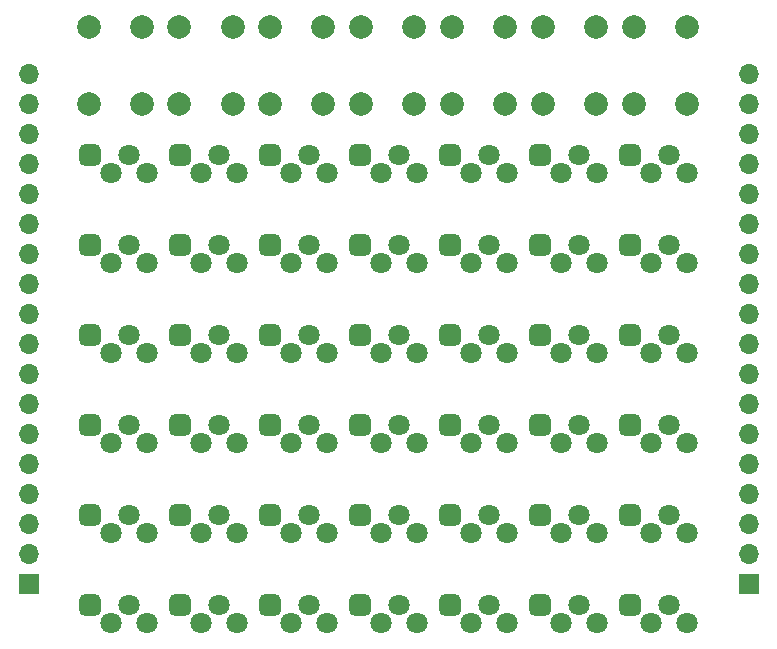
<source format=gbr>
G04 #@! TF.GenerationSoftware,KiCad,Pcbnew,(5.1.5)-3*
G04 #@! TF.CreationDate,2020-03-12T17:28:53-04:00*
G04 #@! TF.ProjectId,PCB,5043422e-6b69-4636-9164-5f7063625858,rev?*
G04 #@! TF.SameCoordinates,Original*
G04 #@! TF.FileFunction,Soldermask,Top*
G04 #@! TF.FilePolarity,Negative*
%FSLAX46Y46*%
G04 Gerber Fmt 4.6, Leading zero omitted, Abs format (unit mm)*
G04 Created by KiCad (PCBNEW (5.1.5)-3) date 2020-03-12 17:28:53*
%MOMM*%
%LPD*%
G04 APERTURE LIST*
%ADD10C,2.000000*%
%ADD11O,1.700000X1.700000*%
%ADD12R,1.700000X1.700000*%
%ADD13C,0.100000*%
%ADD14C,1.800000*%
G04 APERTURE END LIST*
D10*
X236673000Y-53190000D03*
X241173000Y-53190000D03*
X236673000Y-59690000D03*
X241173000Y-59690000D03*
X228977500Y-53190000D03*
X233477500Y-53190000D03*
X228977500Y-59690000D03*
X233477500Y-59690000D03*
X221282000Y-53190000D03*
X225782000Y-53190000D03*
X221282000Y-59690000D03*
X225782000Y-59690000D03*
X213586500Y-53190000D03*
X218086500Y-53190000D03*
X213586500Y-59690000D03*
X218086500Y-59690000D03*
X205891000Y-53190000D03*
X210391000Y-53190000D03*
X205891000Y-59690000D03*
X210391000Y-59690000D03*
X198195500Y-53190000D03*
X202695500Y-53190000D03*
X198195500Y-59690000D03*
X202695500Y-59690000D03*
X190500000Y-53190000D03*
X195000000Y-53190000D03*
X190500000Y-59690000D03*
X195000000Y-59690000D03*
D11*
X246380000Y-57150000D03*
X246380000Y-59690000D03*
X246380000Y-62230000D03*
X246380000Y-64770000D03*
X246380000Y-67310000D03*
X246380000Y-69850000D03*
X246380000Y-72390000D03*
X246380000Y-74930000D03*
X246380000Y-77470000D03*
X246380000Y-80010000D03*
X246380000Y-82550000D03*
X246380000Y-85090000D03*
X246380000Y-87630000D03*
X246380000Y-90170000D03*
X246380000Y-92710000D03*
X246380000Y-95250000D03*
X246380000Y-97790000D03*
D12*
X246380000Y-100330000D03*
X185420000Y-100330000D03*
D11*
X185420000Y-97790000D03*
X185420000Y-95250000D03*
X185420000Y-92710000D03*
X185420000Y-90170000D03*
X185420000Y-87630000D03*
X185420000Y-85090000D03*
X185420000Y-82550000D03*
X185420000Y-80010000D03*
X185420000Y-77470000D03*
X185420000Y-74930000D03*
X185420000Y-72390000D03*
X185420000Y-69850000D03*
X185420000Y-67310000D03*
X185420000Y-64770000D03*
X185420000Y-62230000D03*
X185420000Y-59690000D03*
X185420000Y-57150000D03*
D13*
G36*
X206361108Y-101210167D02*
G01*
X206404791Y-101216647D01*
X206447628Y-101227377D01*
X206489208Y-101242254D01*
X206529129Y-101261135D01*
X206567007Y-101283839D01*
X206602477Y-101310145D01*
X206635198Y-101339802D01*
X206664855Y-101372523D01*
X206691161Y-101407993D01*
X206713865Y-101445871D01*
X206732746Y-101485792D01*
X206747623Y-101527372D01*
X206758353Y-101570209D01*
X206764833Y-101613892D01*
X206767000Y-101658000D01*
X206767000Y-102558000D01*
X206764833Y-102602108D01*
X206758353Y-102645791D01*
X206747623Y-102688628D01*
X206732746Y-102730208D01*
X206713865Y-102770129D01*
X206691161Y-102808007D01*
X206664855Y-102843477D01*
X206635198Y-102876198D01*
X206602477Y-102905855D01*
X206567007Y-102932161D01*
X206529129Y-102954865D01*
X206489208Y-102973746D01*
X206447628Y-102988623D01*
X206404791Y-102999353D01*
X206361108Y-103005833D01*
X206317000Y-103008000D01*
X205417000Y-103008000D01*
X205372892Y-103005833D01*
X205329209Y-102999353D01*
X205286372Y-102988623D01*
X205244792Y-102973746D01*
X205204871Y-102954865D01*
X205166993Y-102932161D01*
X205131523Y-102905855D01*
X205098802Y-102876198D01*
X205069145Y-102843477D01*
X205042839Y-102808007D01*
X205020135Y-102770129D01*
X205001254Y-102730208D01*
X204986377Y-102688628D01*
X204975647Y-102645791D01*
X204969167Y-102602108D01*
X204967000Y-102558000D01*
X204967000Y-101658000D01*
X204969167Y-101613892D01*
X204975647Y-101570209D01*
X204986377Y-101527372D01*
X205001254Y-101485792D01*
X205020135Y-101445871D01*
X205042839Y-101407993D01*
X205069145Y-101372523D01*
X205098802Y-101339802D01*
X205131523Y-101310145D01*
X205166993Y-101283839D01*
X205204871Y-101261135D01*
X205244792Y-101242254D01*
X205286372Y-101227377D01*
X205329209Y-101216647D01*
X205372892Y-101210167D01*
X205417000Y-101208000D01*
X206317000Y-101208000D01*
X206361108Y-101210167D01*
G37*
D14*
X207645000Y-103632000D03*
X209169000Y-102108000D03*
X210693000Y-103632000D03*
D13*
G36*
X236841108Y-101210167D02*
G01*
X236884791Y-101216647D01*
X236927628Y-101227377D01*
X236969208Y-101242254D01*
X237009129Y-101261135D01*
X237047007Y-101283839D01*
X237082477Y-101310145D01*
X237115198Y-101339802D01*
X237144855Y-101372523D01*
X237171161Y-101407993D01*
X237193865Y-101445871D01*
X237212746Y-101485792D01*
X237227623Y-101527372D01*
X237238353Y-101570209D01*
X237244833Y-101613892D01*
X237247000Y-101658000D01*
X237247000Y-102558000D01*
X237244833Y-102602108D01*
X237238353Y-102645791D01*
X237227623Y-102688628D01*
X237212746Y-102730208D01*
X237193865Y-102770129D01*
X237171161Y-102808007D01*
X237144855Y-102843477D01*
X237115198Y-102876198D01*
X237082477Y-102905855D01*
X237047007Y-102932161D01*
X237009129Y-102954865D01*
X236969208Y-102973746D01*
X236927628Y-102988623D01*
X236884791Y-102999353D01*
X236841108Y-103005833D01*
X236797000Y-103008000D01*
X235897000Y-103008000D01*
X235852892Y-103005833D01*
X235809209Y-102999353D01*
X235766372Y-102988623D01*
X235724792Y-102973746D01*
X235684871Y-102954865D01*
X235646993Y-102932161D01*
X235611523Y-102905855D01*
X235578802Y-102876198D01*
X235549145Y-102843477D01*
X235522839Y-102808007D01*
X235500135Y-102770129D01*
X235481254Y-102730208D01*
X235466377Y-102688628D01*
X235455647Y-102645791D01*
X235449167Y-102602108D01*
X235447000Y-102558000D01*
X235447000Y-101658000D01*
X235449167Y-101613892D01*
X235455647Y-101570209D01*
X235466377Y-101527372D01*
X235481254Y-101485792D01*
X235500135Y-101445871D01*
X235522839Y-101407993D01*
X235549145Y-101372523D01*
X235578802Y-101339802D01*
X235611523Y-101310145D01*
X235646993Y-101283839D01*
X235684871Y-101261135D01*
X235724792Y-101242254D01*
X235766372Y-101227377D01*
X235809209Y-101216647D01*
X235852892Y-101210167D01*
X235897000Y-101208000D01*
X236797000Y-101208000D01*
X236841108Y-101210167D01*
G37*
D14*
X238125000Y-103632000D03*
X239649000Y-102108000D03*
X241173000Y-103632000D03*
D13*
G36*
X229221108Y-101210167D02*
G01*
X229264791Y-101216647D01*
X229307628Y-101227377D01*
X229349208Y-101242254D01*
X229389129Y-101261135D01*
X229427007Y-101283839D01*
X229462477Y-101310145D01*
X229495198Y-101339802D01*
X229524855Y-101372523D01*
X229551161Y-101407993D01*
X229573865Y-101445871D01*
X229592746Y-101485792D01*
X229607623Y-101527372D01*
X229618353Y-101570209D01*
X229624833Y-101613892D01*
X229627000Y-101658000D01*
X229627000Y-102558000D01*
X229624833Y-102602108D01*
X229618353Y-102645791D01*
X229607623Y-102688628D01*
X229592746Y-102730208D01*
X229573865Y-102770129D01*
X229551161Y-102808007D01*
X229524855Y-102843477D01*
X229495198Y-102876198D01*
X229462477Y-102905855D01*
X229427007Y-102932161D01*
X229389129Y-102954865D01*
X229349208Y-102973746D01*
X229307628Y-102988623D01*
X229264791Y-102999353D01*
X229221108Y-103005833D01*
X229177000Y-103008000D01*
X228277000Y-103008000D01*
X228232892Y-103005833D01*
X228189209Y-102999353D01*
X228146372Y-102988623D01*
X228104792Y-102973746D01*
X228064871Y-102954865D01*
X228026993Y-102932161D01*
X227991523Y-102905855D01*
X227958802Y-102876198D01*
X227929145Y-102843477D01*
X227902839Y-102808007D01*
X227880135Y-102770129D01*
X227861254Y-102730208D01*
X227846377Y-102688628D01*
X227835647Y-102645791D01*
X227829167Y-102602108D01*
X227827000Y-102558000D01*
X227827000Y-101658000D01*
X227829167Y-101613892D01*
X227835647Y-101570209D01*
X227846377Y-101527372D01*
X227861254Y-101485792D01*
X227880135Y-101445871D01*
X227902839Y-101407993D01*
X227929145Y-101372523D01*
X227958802Y-101339802D01*
X227991523Y-101310145D01*
X228026993Y-101283839D01*
X228064871Y-101261135D01*
X228104792Y-101242254D01*
X228146372Y-101227377D01*
X228189209Y-101216647D01*
X228232892Y-101210167D01*
X228277000Y-101208000D01*
X229177000Y-101208000D01*
X229221108Y-101210167D01*
G37*
D14*
X230505000Y-103632000D03*
X232029000Y-102108000D03*
X233553000Y-103632000D03*
D13*
G36*
X221601108Y-101210167D02*
G01*
X221644791Y-101216647D01*
X221687628Y-101227377D01*
X221729208Y-101242254D01*
X221769129Y-101261135D01*
X221807007Y-101283839D01*
X221842477Y-101310145D01*
X221875198Y-101339802D01*
X221904855Y-101372523D01*
X221931161Y-101407993D01*
X221953865Y-101445871D01*
X221972746Y-101485792D01*
X221987623Y-101527372D01*
X221998353Y-101570209D01*
X222004833Y-101613892D01*
X222007000Y-101658000D01*
X222007000Y-102558000D01*
X222004833Y-102602108D01*
X221998353Y-102645791D01*
X221987623Y-102688628D01*
X221972746Y-102730208D01*
X221953865Y-102770129D01*
X221931161Y-102808007D01*
X221904855Y-102843477D01*
X221875198Y-102876198D01*
X221842477Y-102905855D01*
X221807007Y-102932161D01*
X221769129Y-102954865D01*
X221729208Y-102973746D01*
X221687628Y-102988623D01*
X221644791Y-102999353D01*
X221601108Y-103005833D01*
X221557000Y-103008000D01*
X220657000Y-103008000D01*
X220612892Y-103005833D01*
X220569209Y-102999353D01*
X220526372Y-102988623D01*
X220484792Y-102973746D01*
X220444871Y-102954865D01*
X220406993Y-102932161D01*
X220371523Y-102905855D01*
X220338802Y-102876198D01*
X220309145Y-102843477D01*
X220282839Y-102808007D01*
X220260135Y-102770129D01*
X220241254Y-102730208D01*
X220226377Y-102688628D01*
X220215647Y-102645791D01*
X220209167Y-102602108D01*
X220207000Y-102558000D01*
X220207000Y-101658000D01*
X220209167Y-101613892D01*
X220215647Y-101570209D01*
X220226377Y-101527372D01*
X220241254Y-101485792D01*
X220260135Y-101445871D01*
X220282839Y-101407993D01*
X220309145Y-101372523D01*
X220338802Y-101339802D01*
X220371523Y-101310145D01*
X220406993Y-101283839D01*
X220444871Y-101261135D01*
X220484792Y-101242254D01*
X220526372Y-101227377D01*
X220569209Y-101216647D01*
X220612892Y-101210167D01*
X220657000Y-101208000D01*
X221557000Y-101208000D01*
X221601108Y-101210167D01*
G37*
D14*
X222885000Y-103632000D03*
X224409000Y-102108000D03*
X225933000Y-103632000D03*
D13*
G36*
X213981108Y-101210167D02*
G01*
X214024791Y-101216647D01*
X214067628Y-101227377D01*
X214109208Y-101242254D01*
X214149129Y-101261135D01*
X214187007Y-101283839D01*
X214222477Y-101310145D01*
X214255198Y-101339802D01*
X214284855Y-101372523D01*
X214311161Y-101407993D01*
X214333865Y-101445871D01*
X214352746Y-101485792D01*
X214367623Y-101527372D01*
X214378353Y-101570209D01*
X214384833Y-101613892D01*
X214387000Y-101658000D01*
X214387000Y-102558000D01*
X214384833Y-102602108D01*
X214378353Y-102645791D01*
X214367623Y-102688628D01*
X214352746Y-102730208D01*
X214333865Y-102770129D01*
X214311161Y-102808007D01*
X214284855Y-102843477D01*
X214255198Y-102876198D01*
X214222477Y-102905855D01*
X214187007Y-102932161D01*
X214149129Y-102954865D01*
X214109208Y-102973746D01*
X214067628Y-102988623D01*
X214024791Y-102999353D01*
X213981108Y-103005833D01*
X213937000Y-103008000D01*
X213037000Y-103008000D01*
X212992892Y-103005833D01*
X212949209Y-102999353D01*
X212906372Y-102988623D01*
X212864792Y-102973746D01*
X212824871Y-102954865D01*
X212786993Y-102932161D01*
X212751523Y-102905855D01*
X212718802Y-102876198D01*
X212689145Y-102843477D01*
X212662839Y-102808007D01*
X212640135Y-102770129D01*
X212621254Y-102730208D01*
X212606377Y-102688628D01*
X212595647Y-102645791D01*
X212589167Y-102602108D01*
X212587000Y-102558000D01*
X212587000Y-101658000D01*
X212589167Y-101613892D01*
X212595647Y-101570209D01*
X212606377Y-101527372D01*
X212621254Y-101485792D01*
X212640135Y-101445871D01*
X212662839Y-101407993D01*
X212689145Y-101372523D01*
X212718802Y-101339802D01*
X212751523Y-101310145D01*
X212786993Y-101283839D01*
X212824871Y-101261135D01*
X212864792Y-101242254D01*
X212906372Y-101227377D01*
X212949209Y-101216647D01*
X212992892Y-101210167D01*
X213037000Y-101208000D01*
X213937000Y-101208000D01*
X213981108Y-101210167D01*
G37*
D14*
X215265000Y-103632000D03*
X216789000Y-102108000D03*
X218313000Y-103632000D03*
D13*
G36*
X198741108Y-101210167D02*
G01*
X198784791Y-101216647D01*
X198827628Y-101227377D01*
X198869208Y-101242254D01*
X198909129Y-101261135D01*
X198947007Y-101283839D01*
X198982477Y-101310145D01*
X199015198Y-101339802D01*
X199044855Y-101372523D01*
X199071161Y-101407993D01*
X199093865Y-101445871D01*
X199112746Y-101485792D01*
X199127623Y-101527372D01*
X199138353Y-101570209D01*
X199144833Y-101613892D01*
X199147000Y-101658000D01*
X199147000Y-102558000D01*
X199144833Y-102602108D01*
X199138353Y-102645791D01*
X199127623Y-102688628D01*
X199112746Y-102730208D01*
X199093865Y-102770129D01*
X199071161Y-102808007D01*
X199044855Y-102843477D01*
X199015198Y-102876198D01*
X198982477Y-102905855D01*
X198947007Y-102932161D01*
X198909129Y-102954865D01*
X198869208Y-102973746D01*
X198827628Y-102988623D01*
X198784791Y-102999353D01*
X198741108Y-103005833D01*
X198697000Y-103008000D01*
X197797000Y-103008000D01*
X197752892Y-103005833D01*
X197709209Y-102999353D01*
X197666372Y-102988623D01*
X197624792Y-102973746D01*
X197584871Y-102954865D01*
X197546993Y-102932161D01*
X197511523Y-102905855D01*
X197478802Y-102876198D01*
X197449145Y-102843477D01*
X197422839Y-102808007D01*
X197400135Y-102770129D01*
X197381254Y-102730208D01*
X197366377Y-102688628D01*
X197355647Y-102645791D01*
X197349167Y-102602108D01*
X197347000Y-102558000D01*
X197347000Y-101658000D01*
X197349167Y-101613892D01*
X197355647Y-101570209D01*
X197366377Y-101527372D01*
X197381254Y-101485792D01*
X197400135Y-101445871D01*
X197422839Y-101407993D01*
X197449145Y-101372523D01*
X197478802Y-101339802D01*
X197511523Y-101310145D01*
X197546993Y-101283839D01*
X197584871Y-101261135D01*
X197624792Y-101242254D01*
X197666372Y-101227377D01*
X197709209Y-101216647D01*
X197752892Y-101210167D01*
X197797000Y-101208000D01*
X198697000Y-101208000D01*
X198741108Y-101210167D01*
G37*
D14*
X200025000Y-103632000D03*
X201549000Y-102108000D03*
X203073000Y-103632000D03*
D13*
G36*
X191121108Y-101210167D02*
G01*
X191164791Y-101216647D01*
X191207628Y-101227377D01*
X191249208Y-101242254D01*
X191289129Y-101261135D01*
X191327007Y-101283839D01*
X191362477Y-101310145D01*
X191395198Y-101339802D01*
X191424855Y-101372523D01*
X191451161Y-101407993D01*
X191473865Y-101445871D01*
X191492746Y-101485792D01*
X191507623Y-101527372D01*
X191518353Y-101570209D01*
X191524833Y-101613892D01*
X191527000Y-101658000D01*
X191527000Y-102558000D01*
X191524833Y-102602108D01*
X191518353Y-102645791D01*
X191507623Y-102688628D01*
X191492746Y-102730208D01*
X191473865Y-102770129D01*
X191451161Y-102808007D01*
X191424855Y-102843477D01*
X191395198Y-102876198D01*
X191362477Y-102905855D01*
X191327007Y-102932161D01*
X191289129Y-102954865D01*
X191249208Y-102973746D01*
X191207628Y-102988623D01*
X191164791Y-102999353D01*
X191121108Y-103005833D01*
X191077000Y-103008000D01*
X190177000Y-103008000D01*
X190132892Y-103005833D01*
X190089209Y-102999353D01*
X190046372Y-102988623D01*
X190004792Y-102973746D01*
X189964871Y-102954865D01*
X189926993Y-102932161D01*
X189891523Y-102905855D01*
X189858802Y-102876198D01*
X189829145Y-102843477D01*
X189802839Y-102808007D01*
X189780135Y-102770129D01*
X189761254Y-102730208D01*
X189746377Y-102688628D01*
X189735647Y-102645791D01*
X189729167Y-102602108D01*
X189727000Y-102558000D01*
X189727000Y-101658000D01*
X189729167Y-101613892D01*
X189735647Y-101570209D01*
X189746377Y-101527372D01*
X189761254Y-101485792D01*
X189780135Y-101445871D01*
X189802839Y-101407993D01*
X189829145Y-101372523D01*
X189858802Y-101339802D01*
X189891523Y-101310145D01*
X189926993Y-101283839D01*
X189964871Y-101261135D01*
X190004792Y-101242254D01*
X190046372Y-101227377D01*
X190089209Y-101216647D01*
X190132892Y-101210167D01*
X190177000Y-101208000D01*
X191077000Y-101208000D01*
X191121108Y-101210167D01*
G37*
D14*
X192405000Y-103632000D03*
X193929000Y-102108000D03*
X195453000Y-103632000D03*
D13*
G36*
X236841108Y-93590167D02*
G01*
X236884791Y-93596647D01*
X236927628Y-93607377D01*
X236969208Y-93622254D01*
X237009129Y-93641135D01*
X237047007Y-93663839D01*
X237082477Y-93690145D01*
X237115198Y-93719802D01*
X237144855Y-93752523D01*
X237171161Y-93787993D01*
X237193865Y-93825871D01*
X237212746Y-93865792D01*
X237227623Y-93907372D01*
X237238353Y-93950209D01*
X237244833Y-93993892D01*
X237247000Y-94038000D01*
X237247000Y-94938000D01*
X237244833Y-94982108D01*
X237238353Y-95025791D01*
X237227623Y-95068628D01*
X237212746Y-95110208D01*
X237193865Y-95150129D01*
X237171161Y-95188007D01*
X237144855Y-95223477D01*
X237115198Y-95256198D01*
X237082477Y-95285855D01*
X237047007Y-95312161D01*
X237009129Y-95334865D01*
X236969208Y-95353746D01*
X236927628Y-95368623D01*
X236884791Y-95379353D01*
X236841108Y-95385833D01*
X236797000Y-95388000D01*
X235897000Y-95388000D01*
X235852892Y-95385833D01*
X235809209Y-95379353D01*
X235766372Y-95368623D01*
X235724792Y-95353746D01*
X235684871Y-95334865D01*
X235646993Y-95312161D01*
X235611523Y-95285855D01*
X235578802Y-95256198D01*
X235549145Y-95223477D01*
X235522839Y-95188007D01*
X235500135Y-95150129D01*
X235481254Y-95110208D01*
X235466377Y-95068628D01*
X235455647Y-95025791D01*
X235449167Y-94982108D01*
X235447000Y-94938000D01*
X235447000Y-94038000D01*
X235449167Y-93993892D01*
X235455647Y-93950209D01*
X235466377Y-93907372D01*
X235481254Y-93865792D01*
X235500135Y-93825871D01*
X235522839Y-93787993D01*
X235549145Y-93752523D01*
X235578802Y-93719802D01*
X235611523Y-93690145D01*
X235646993Y-93663839D01*
X235684871Y-93641135D01*
X235724792Y-93622254D01*
X235766372Y-93607377D01*
X235809209Y-93596647D01*
X235852892Y-93590167D01*
X235897000Y-93588000D01*
X236797000Y-93588000D01*
X236841108Y-93590167D01*
G37*
D14*
X238125000Y-96012000D03*
X239649000Y-94488000D03*
X241173000Y-96012000D03*
D13*
G36*
X229221108Y-93590167D02*
G01*
X229264791Y-93596647D01*
X229307628Y-93607377D01*
X229349208Y-93622254D01*
X229389129Y-93641135D01*
X229427007Y-93663839D01*
X229462477Y-93690145D01*
X229495198Y-93719802D01*
X229524855Y-93752523D01*
X229551161Y-93787993D01*
X229573865Y-93825871D01*
X229592746Y-93865792D01*
X229607623Y-93907372D01*
X229618353Y-93950209D01*
X229624833Y-93993892D01*
X229627000Y-94038000D01*
X229627000Y-94938000D01*
X229624833Y-94982108D01*
X229618353Y-95025791D01*
X229607623Y-95068628D01*
X229592746Y-95110208D01*
X229573865Y-95150129D01*
X229551161Y-95188007D01*
X229524855Y-95223477D01*
X229495198Y-95256198D01*
X229462477Y-95285855D01*
X229427007Y-95312161D01*
X229389129Y-95334865D01*
X229349208Y-95353746D01*
X229307628Y-95368623D01*
X229264791Y-95379353D01*
X229221108Y-95385833D01*
X229177000Y-95388000D01*
X228277000Y-95388000D01*
X228232892Y-95385833D01*
X228189209Y-95379353D01*
X228146372Y-95368623D01*
X228104792Y-95353746D01*
X228064871Y-95334865D01*
X228026993Y-95312161D01*
X227991523Y-95285855D01*
X227958802Y-95256198D01*
X227929145Y-95223477D01*
X227902839Y-95188007D01*
X227880135Y-95150129D01*
X227861254Y-95110208D01*
X227846377Y-95068628D01*
X227835647Y-95025791D01*
X227829167Y-94982108D01*
X227827000Y-94938000D01*
X227827000Y-94038000D01*
X227829167Y-93993892D01*
X227835647Y-93950209D01*
X227846377Y-93907372D01*
X227861254Y-93865792D01*
X227880135Y-93825871D01*
X227902839Y-93787993D01*
X227929145Y-93752523D01*
X227958802Y-93719802D01*
X227991523Y-93690145D01*
X228026993Y-93663839D01*
X228064871Y-93641135D01*
X228104792Y-93622254D01*
X228146372Y-93607377D01*
X228189209Y-93596647D01*
X228232892Y-93590167D01*
X228277000Y-93588000D01*
X229177000Y-93588000D01*
X229221108Y-93590167D01*
G37*
D14*
X230505000Y-96012000D03*
X232029000Y-94488000D03*
X233553000Y-96012000D03*
D13*
G36*
X221601108Y-93590167D02*
G01*
X221644791Y-93596647D01*
X221687628Y-93607377D01*
X221729208Y-93622254D01*
X221769129Y-93641135D01*
X221807007Y-93663839D01*
X221842477Y-93690145D01*
X221875198Y-93719802D01*
X221904855Y-93752523D01*
X221931161Y-93787993D01*
X221953865Y-93825871D01*
X221972746Y-93865792D01*
X221987623Y-93907372D01*
X221998353Y-93950209D01*
X222004833Y-93993892D01*
X222007000Y-94038000D01*
X222007000Y-94938000D01*
X222004833Y-94982108D01*
X221998353Y-95025791D01*
X221987623Y-95068628D01*
X221972746Y-95110208D01*
X221953865Y-95150129D01*
X221931161Y-95188007D01*
X221904855Y-95223477D01*
X221875198Y-95256198D01*
X221842477Y-95285855D01*
X221807007Y-95312161D01*
X221769129Y-95334865D01*
X221729208Y-95353746D01*
X221687628Y-95368623D01*
X221644791Y-95379353D01*
X221601108Y-95385833D01*
X221557000Y-95388000D01*
X220657000Y-95388000D01*
X220612892Y-95385833D01*
X220569209Y-95379353D01*
X220526372Y-95368623D01*
X220484792Y-95353746D01*
X220444871Y-95334865D01*
X220406993Y-95312161D01*
X220371523Y-95285855D01*
X220338802Y-95256198D01*
X220309145Y-95223477D01*
X220282839Y-95188007D01*
X220260135Y-95150129D01*
X220241254Y-95110208D01*
X220226377Y-95068628D01*
X220215647Y-95025791D01*
X220209167Y-94982108D01*
X220207000Y-94938000D01*
X220207000Y-94038000D01*
X220209167Y-93993892D01*
X220215647Y-93950209D01*
X220226377Y-93907372D01*
X220241254Y-93865792D01*
X220260135Y-93825871D01*
X220282839Y-93787993D01*
X220309145Y-93752523D01*
X220338802Y-93719802D01*
X220371523Y-93690145D01*
X220406993Y-93663839D01*
X220444871Y-93641135D01*
X220484792Y-93622254D01*
X220526372Y-93607377D01*
X220569209Y-93596647D01*
X220612892Y-93590167D01*
X220657000Y-93588000D01*
X221557000Y-93588000D01*
X221601108Y-93590167D01*
G37*
D14*
X222885000Y-96012000D03*
X224409000Y-94488000D03*
X225933000Y-96012000D03*
D13*
G36*
X213981108Y-93590167D02*
G01*
X214024791Y-93596647D01*
X214067628Y-93607377D01*
X214109208Y-93622254D01*
X214149129Y-93641135D01*
X214187007Y-93663839D01*
X214222477Y-93690145D01*
X214255198Y-93719802D01*
X214284855Y-93752523D01*
X214311161Y-93787993D01*
X214333865Y-93825871D01*
X214352746Y-93865792D01*
X214367623Y-93907372D01*
X214378353Y-93950209D01*
X214384833Y-93993892D01*
X214387000Y-94038000D01*
X214387000Y-94938000D01*
X214384833Y-94982108D01*
X214378353Y-95025791D01*
X214367623Y-95068628D01*
X214352746Y-95110208D01*
X214333865Y-95150129D01*
X214311161Y-95188007D01*
X214284855Y-95223477D01*
X214255198Y-95256198D01*
X214222477Y-95285855D01*
X214187007Y-95312161D01*
X214149129Y-95334865D01*
X214109208Y-95353746D01*
X214067628Y-95368623D01*
X214024791Y-95379353D01*
X213981108Y-95385833D01*
X213937000Y-95388000D01*
X213037000Y-95388000D01*
X212992892Y-95385833D01*
X212949209Y-95379353D01*
X212906372Y-95368623D01*
X212864792Y-95353746D01*
X212824871Y-95334865D01*
X212786993Y-95312161D01*
X212751523Y-95285855D01*
X212718802Y-95256198D01*
X212689145Y-95223477D01*
X212662839Y-95188007D01*
X212640135Y-95150129D01*
X212621254Y-95110208D01*
X212606377Y-95068628D01*
X212595647Y-95025791D01*
X212589167Y-94982108D01*
X212587000Y-94938000D01*
X212587000Y-94038000D01*
X212589167Y-93993892D01*
X212595647Y-93950209D01*
X212606377Y-93907372D01*
X212621254Y-93865792D01*
X212640135Y-93825871D01*
X212662839Y-93787993D01*
X212689145Y-93752523D01*
X212718802Y-93719802D01*
X212751523Y-93690145D01*
X212786993Y-93663839D01*
X212824871Y-93641135D01*
X212864792Y-93622254D01*
X212906372Y-93607377D01*
X212949209Y-93596647D01*
X212992892Y-93590167D01*
X213037000Y-93588000D01*
X213937000Y-93588000D01*
X213981108Y-93590167D01*
G37*
D14*
X215265000Y-96012000D03*
X216789000Y-94488000D03*
X218313000Y-96012000D03*
D13*
G36*
X206361108Y-93590167D02*
G01*
X206404791Y-93596647D01*
X206447628Y-93607377D01*
X206489208Y-93622254D01*
X206529129Y-93641135D01*
X206567007Y-93663839D01*
X206602477Y-93690145D01*
X206635198Y-93719802D01*
X206664855Y-93752523D01*
X206691161Y-93787993D01*
X206713865Y-93825871D01*
X206732746Y-93865792D01*
X206747623Y-93907372D01*
X206758353Y-93950209D01*
X206764833Y-93993892D01*
X206767000Y-94038000D01*
X206767000Y-94938000D01*
X206764833Y-94982108D01*
X206758353Y-95025791D01*
X206747623Y-95068628D01*
X206732746Y-95110208D01*
X206713865Y-95150129D01*
X206691161Y-95188007D01*
X206664855Y-95223477D01*
X206635198Y-95256198D01*
X206602477Y-95285855D01*
X206567007Y-95312161D01*
X206529129Y-95334865D01*
X206489208Y-95353746D01*
X206447628Y-95368623D01*
X206404791Y-95379353D01*
X206361108Y-95385833D01*
X206317000Y-95388000D01*
X205417000Y-95388000D01*
X205372892Y-95385833D01*
X205329209Y-95379353D01*
X205286372Y-95368623D01*
X205244792Y-95353746D01*
X205204871Y-95334865D01*
X205166993Y-95312161D01*
X205131523Y-95285855D01*
X205098802Y-95256198D01*
X205069145Y-95223477D01*
X205042839Y-95188007D01*
X205020135Y-95150129D01*
X205001254Y-95110208D01*
X204986377Y-95068628D01*
X204975647Y-95025791D01*
X204969167Y-94982108D01*
X204967000Y-94938000D01*
X204967000Y-94038000D01*
X204969167Y-93993892D01*
X204975647Y-93950209D01*
X204986377Y-93907372D01*
X205001254Y-93865792D01*
X205020135Y-93825871D01*
X205042839Y-93787993D01*
X205069145Y-93752523D01*
X205098802Y-93719802D01*
X205131523Y-93690145D01*
X205166993Y-93663839D01*
X205204871Y-93641135D01*
X205244792Y-93622254D01*
X205286372Y-93607377D01*
X205329209Y-93596647D01*
X205372892Y-93590167D01*
X205417000Y-93588000D01*
X206317000Y-93588000D01*
X206361108Y-93590167D01*
G37*
D14*
X207645000Y-96012000D03*
X209169000Y-94488000D03*
X210693000Y-96012000D03*
D13*
G36*
X198741108Y-93590167D02*
G01*
X198784791Y-93596647D01*
X198827628Y-93607377D01*
X198869208Y-93622254D01*
X198909129Y-93641135D01*
X198947007Y-93663839D01*
X198982477Y-93690145D01*
X199015198Y-93719802D01*
X199044855Y-93752523D01*
X199071161Y-93787993D01*
X199093865Y-93825871D01*
X199112746Y-93865792D01*
X199127623Y-93907372D01*
X199138353Y-93950209D01*
X199144833Y-93993892D01*
X199147000Y-94038000D01*
X199147000Y-94938000D01*
X199144833Y-94982108D01*
X199138353Y-95025791D01*
X199127623Y-95068628D01*
X199112746Y-95110208D01*
X199093865Y-95150129D01*
X199071161Y-95188007D01*
X199044855Y-95223477D01*
X199015198Y-95256198D01*
X198982477Y-95285855D01*
X198947007Y-95312161D01*
X198909129Y-95334865D01*
X198869208Y-95353746D01*
X198827628Y-95368623D01*
X198784791Y-95379353D01*
X198741108Y-95385833D01*
X198697000Y-95388000D01*
X197797000Y-95388000D01*
X197752892Y-95385833D01*
X197709209Y-95379353D01*
X197666372Y-95368623D01*
X197624792Y-95353746D01*
X197584871Y-95334865D01*
X197546993Y-95312161D01*
X197511523Y-95285855D01*
X197478802Y-95256198D01*
X197449145Y-95223477D01*
X197422839Y-95188007D01*
X197400135Y-95150129D01*
X197381254Y-95110208D01*
X197366377Y-95068628D01*
X197355647Y-95025791D01*
X197349167Y-94982108D01*
X197347000Y-94938000D01*
X197347000Y-94038000D01*
X197349167Y-93993892D01*
X197355647Y-93950209D01*
X197366377Y-93907372D01*
X197381254Y-93865792D01*
X197400135Y-93825871D01*
X197422839Y-93787993D01*
X197449145Y-93752523D01*
X197478802Y-93719802D01*
X197511523Y-93690145D01*
X197546993Y-93663839D01*
X197584871Y-93641135D01*
X197624792Y-93622254D01*
X197666372Y-93607377D01*
X197709209Y-93596647D01*
X197752892Y-93590167D01*
X197797000Y-93588000D01*
X198697000Y-93588000D01*
X198741108Y-93590167D01*
G37*
D14*
X200025000Y-96012000D03*
X201549000Y-94488000D03*
X203073000Y-96012000D03*
D13*
G36*
X191121108Y-93590167D02*
G01*
X191164791Y-93596647D01*
X191207628Y-93607377D01*
X191249208Y-93622254D01*
X191289129Y-93641135D01*
X191327007Y-93663839D01*
X191362477Y-93690145D01*
X191395198Y-93719802D01*
X191424855Y-93752523D01*
X191451161Y-93787993D01*
X191473865Y-93825871D01*
X191492746Y-93865792D01*
X191507623Y-93907372D01*
X191518353Y-93950209D01*
X191524833Y-93993892D01*
X191527000Y-94038000D01*
X191527000Y-94938000D01*
X191524833Y-94982108D01*
X191518353Y-95025791D01*
X191507623Y-95068628D01*
X191492746Y-95110208D01*
X191473865Y-95150129D01*
X191451161Y-95188007D01*
X191424855Y-95223477D01*
X191395198Y-95256198D01*
X191362477Y-95285855D01*
X191327007Y-95312161D01*
X191289129Y-95334865D01*
X191249208Y-95353746D01*
X191207628Y-95368623D01*
X191164791Y-95379353D01*
X191121108Y-95385833D01*
X191077000Y-95388000D01*
X190177000Y-95388000D01*
X190132892Y-95385833D01*
X190089209Y-95379353D01*
X190046372Y-95368623D01*
X190004792Y-95353746D01*
X189964871Y-95334865D01*
X189926993Y-95312161D01*
X189891523Y-95285855D01*
X189858802Y-95256198D01*
X189829145Y-95223477D01*
X189802839Y-95188007D01*
X189780135Y-95150129D01*
X189761254Y-95110208D01*
X189746377Y-95068628D01*
X189735647Y-95025791D01*
X189729167Y-94982108D01*
X189727000Y-94938000D01*
X189727000Y-94038000D01*
X189729167Y-93993892D01*
X189735647Y-93950209D01*
X189746377Y-93907372D01*
X189761254Y-93865792D01*
X189780135Y-93825871D01*
X189802839Y-93787993D01*
X189829145Y-93752523D01*
X189858802Y-93719802D01*
X189891523Y-93690145D01*
X189926993Y-93663839D01*
X189964871Y-93641135D01*
X190004792Y-93622254D01*
X190046372Y-93607377D01*
X190089209Y-93596647D01*
X190132892Y-93590167D01*
X190177000Y-93588000D01*
X191077000Y-93588000D01*
X191121108Y-93590167D01*
G37*
D14*
X192405000Y-96012000D03*
X193929000Y-94488000D03*
X195453000Y-96012000D03*
D13*
G36*
X236841108Y-85970167D02*
G01*
X236884791Y-85976647D01*
X236927628Y-85987377D01*
X236969208Y-86002254D01*
X237009129Y-86021135D01*
X237047007Y-86043839D01*
X237082477Y-86070145D01*
X237115198Y-86099802D01*
X237144855Y-86132523D01*
X237171161Y-86167993D01*
X237193865Y-86205871D01*
X237212746Y-86245792D01*
X237227623Y-86287372D01*
X237238353Y-86330209D01*
X237244833Y-86373892D01*
X237247000Y-86418000D01*
X237247000Y-87318000D01*
X237244833Y-87362108D01*
X237238353Y-87405791D01*
X237227623Y-87448628D01*
X237212746Y-87490208D01*
X237193865Y-87530129D01*
X237171161Y-87568007D01*
X237144855Y-87603477D01*
X237115198Y-87636198D01*
X237082477Y-87665855D01*
X237047007Y-87692161D01*
X237009129Y-87714865D01*
X236969208Y-87733746D01*
X236927628Y-87748623D01*
X236884791Y-87759353D01*
X236841108Y-87765833D01*
X236797000Y-87768000D01*
X235897000Y-87768000D01*
X235852892Y-87765833D01*
X235809209Y-87759353D01*
X235766372Y-87748623D01*
X235724792Y-87733746D01*
X235684871Y-87714865D01*
X235646993Y-87692161D01*
X235611523Y-87665855D01*
X235578802Y-87636198D01*
X235549145Y-87603477D01*
X235522839Y-87568007D01*
X235500135Y-87530129D01*
X235481254Y-87490208D01*
X235466377Y-87448628D01*
X235455647Y-87405791D01*
X235449167Y-87362108D01*
X235447000Y-87318000D01*
X235447000Y-86418000D01*
X235449167Y-86373892D01*
X235455647Y-86330209D01*
X235466377Y-86287372D01*
X235481254Y-86245792D01*
X235500135Y-86205871D01*
X235522839Y-86167993D01*
X235549145Y-86132523D01*
X235578802Y-86099802D01*
X235611523Y-86070145D01*
X235646993Y-86043839D01*
X235684871Y-86021135D01*
X235724792Y-86002254D01*
X235766372Y-85987377D01*
X235809209Y-85976647D01*
X235852892Y-85970167D01*
X235897000Y-85968000D01*
X236797000Y-85968000D01*
X236841108Y-85970167D01*
G37*
D14*
X238125000Y-88392000D03*
X239649000Y-86868000D03*
X241173000Y-88392000D03*
D13*
G36*
X229221108Y-85970167D02*
G01*
X229264791Y-85976647D01*
X229307628Y-85987377D01*
X229349208Y-86002254D01*
X229389129Y-86021135D01*
X229427007Y-86043839D01*
X229462477Y-86070145D01*
X229495198Y-86099802D01*
X229524855Y-86132523D01*
X229551161Y-86167993D01*
X229573865Y-86205871D01*
X229592746Y-86245792D01*
X229607623Y-86287372D01*
X229618353Y-86330209D01*
X229624833Y-86373892D01*
X229627000Y-86418000D01*
X229627000Y-87318000D01*
X229624833Y-87362108D01*
X229618353Y-87405791D01*
X229607623Y-87448628D01*
X229592746Y-87490208D01*
X229573865Y-87530129D01*
X229551161Y-87568007D01*
X229524855Y-87603477D01*
X229495198Y-87636198D01*
X229462477Y-87665855D01*
X229427007Y-87692161D01*
X229389129Y-87714865D01*
X229349208Y-87733746D01*
X229307628Y-87748623D01*
X229264791Y-87759353D01*
X229221108Y-87765833D01*
X229177000Y-87768000D01*
X228277000Y-87768000D01*
X228232892Y-87765833D01*
X228189209Y-87759353D01*
X228146372Y-87748623D01*
X228104792Y-87733746D01*
X228064871Y-87714865D01*
X228026993Y-87692161D01*
X227991523Y-87665855D01*
X227958802Y-87636198D01*
X227929145Y-87603477D01*
X227902839Y-87568007D01*
X227880135Y-87530129D01*
X227861254Y-87490208D01*
X227846377Y-87448628D01*
X227835647Y-87405791D01*
X227829167Y-87362108D01*
X227827000Y-87318000D01*
X227827000Y-86418000D01*
X227829167Y-86373892D01*
X227835647Y-86330209D01*
X227846377Y-86287372D01*
X227861254Y-86245792D01*
X227880135Y-86205871D01*
X227902839Y-86167993D01*
X227929145Y-86132523D01*
X227958802Y-86099802D01*
X227991523Y-86070145D01*
X228026993Y-86043839D01*
X228064871Y-86021135D01*
X228104792Y-86002254D01*
X228146372Y-85987377D01*
X228189209Y-85976647D01*
X228232892Y-85970167D01*
X228277000Y-85968000D01*
X229177000Y-85968000D01*
X229221108Y-85970167D01*
G37*
D14*
X230505000Y-88392000D03*
X232029000Y-86868000D03*
X233553000Y-88392000D03*
D13*
G36*
X221601108Y-85970167D02*
G01*
X221644791Y-85976647D01*
X221687628Y-85987377D01*
X221729208Y-86002254D01*
X221769129Y-86021135D01*
X221807007Y-86043839D01*
X221842477Y-86070145D01*
X221875198Y-86099802D01*
X221904855Y-86132523D01*
X221931161Y-86167993D01*
X221953865Y-86205871D01*
X221972746Y-86245792D01*
X221987623Y-86287372D01*
X221998353Y-86330209D01*
X222004833Y-86373892D01*
X222007000Y-86418000D01*
X222007000Y-87318000D01*
X222004833Y-87362108D01*
X221998353Y-87405791D01*
X221987623Y-87448628D01*
X221972746Y-87490208D01*
X221953865Y-87530129D01*
X221931161Y-87568007D01*
X221904855Y-87603477D01*
X221875198Y-87636198D01*
X221842477Y-87665855D01*
X221807007Y-87692161D01*
X221769129Y-87714865D01*
X221729208Y-87733746D01*
X221687628Y-87748623D01*
X221644791Y-87759353D01*
X221601108Y-87765833D01*
X221557000Y-87768000D01*
X220657000Y-87768000D01*
X220612892Y-87765833D01*
X220569209Y-87759353D01*
X220526372Y-87748623D01*
X220484792Y-87733746D01*
X220444871Y-87714865D01*
X220406993Y-87692161D01*
X220371523Y-87665855D01*
X220338802Y-87636198D01*
X220309145Y-87603477D01*
X220282839Y-87568007D01*
X220260135Y-87530129D01*
X220241254Y-87490208D01*
X220226377Y-87448628D01*
X220215647Y-87405791D01*
X220209167Y-87362108D01*
X220207000Y-87318000D01*
X220207000Y-86418000D01*
X220209167Y-86373892D01*
X220215647Y-86330209D01*
X220226377Y-86287372D01*
X220241254Y-86245792D01*
X220260135Y-86205871D01*
X220282839Y-86167993D01*
X220309145Y-86132523D01*
X220338802Y-86099802D01*
X220371523Y-86070145D01*
X220406993Y-86043839D01*
X220444871Y-86021135D01*
X220484792Y-86002254D01*
X220526372Y-85987377D01*
X220569209Y-85976647D01*
X220612892Y-85970167D01*
X220657000Y-85968000D01*
X221557000Y-85968000D01*
X221601108Y-85970167D01*
G37*
D14*
X222885000Y-88392000D03*
X224409000Y-86868000D03*
X225933000Y-88392000D03*
D13*
G36*
X213981108Y-85970167D02*
G01*
X214024791Y-85976647D01*
X214067628Y-85987377D01*
X214109208Y-86002254D01*
X214149129Y-86021135D01*
X214187007Y-86043839D01*
X214222477Y-86070145D01*
X214255198Y-86099802D01*
X214284855Y-86132523D01*
X214311161Y-86167993D01*
X214333865Y-86205871D01*
X214352746Y-86245792D01*
X214367623Y-86287372D01*
X214378353Y-86330209D01*
X214384833Y-86373892D01*
X214387000Y-86418000D01*
X214387000Y-87318000D01*
X214384833Y-87362108D01*
X214378353Y-87405791D01*
X214367623Y-87448628D01*
X214352746Y-87490208D01*
X214333865Y-87530129D01*
X214311161Y-87568007D01*
X214284855Y-87603477D01*
X214255198Y-87636198D01*
X214222477Y-87665855D01*
X214187007Y-87692161D01*
X214149129Y-87714865D01*
X214109208Y-87733746D01*
X214067628Y-87748623D01*
X214024791Y-87759353D01*
X213981108Y-87765833D01*
X213937000Y-87768000D01*
X213037000Y-87768000D01*
X212992892Y-87765833D01*
X212949209Y-87759353D01*
X212906372Y-87748623D01*
X212864792Y-87733746D01*
X212824871Y-87714865D01*
X212786993Y-87692161D01*
X212751523Y-87665855D01*
X212718802Y-87636198D01*
X212689145Y-87603477D01*
X212662839Y-87568007D01*
X212640135Y-87530129D01*
X212621254Y-87490208D01*
X212606377Y-87448628D01*
X212595647Y-87405791D01*
X212589167Y-87362108D01*
X212587000Y-87318000D01*
X212587000Y-86418000D01*
X212589167Y-86373892D01*
X212595647Y-86330209D01*
X212606377Y-86287372D01*
X212621254Y-86245792D01*
X212640135Y-86205871D01*
X212662839Y-86167993D01*
X212689145Y-86132523D01*
X212718802Y-86099802D01*
X212751523Y-86070145D01*
X212786993Y-86043839D01*
X212824871Y-86021135D01*
X212864792Y-86002254D01*
X212906372Y-85987377D01*
X212949209Y-85976647D01*
X212992892Y-85970167D01*
X213037000Y-85968000D01*
X213937000Y-85968000D01*
X213981108Y-85970167D01*
G37*
D14*
X215265000Y-88392000D03*
X216789000Y-86868000D03*
X218313000Y-88392000D03*
D13*
G36*
X206361108Y-85970167D02*
G01*
X206404791Y-85976647D01*
X206447628Y-85987377D01*
X206489208Y-86002254D01*
X206529129Y-86021135D01*
X206567007Y-86043839D01*
X206602477Y-86070145D01*
X206635198Y-86099802D01*
X206664855Y-86132523D01*
X206691161Y-86167993D01*
X206713865Y-86205871D01*
X206732746Y-86245792D01*
X206747623Y-86287372D01*
X206758353Y-86330209D01*
X206764833Y-86373892D01*
X206767000Y-86418000D01*
X206767000Y-87318000D01*
X206764833Y-87362108D01*
X206758353Y-87405791D01*
X206747623Y-87448628D01*
X206732746Y-87490208D01*
X206713865Y-87530129D01*
X206691161Y-87568007D01*
X206664855Y-87603477D01*
X206635198Y-87636198D01*
X206602477Y-87665855D01*
X206567007Y-87692161D01*
X206529129Y-87714865D01*
X206489208Y-87733746D01*
X206447628Y-87748623D01*
X206404791Y-87759353D01*
X206361108Y-87765833D01*
X206317000Y-87768000D01*
X205417000Y-87768000D01*
X205372892Y-87765833D01*
X205329209Y-87759353D01*
X205286372Y-87748623D01*
X205244792Y-87733746D01*
X205204871Y-87714865D01*
X205166993Y-87692161D01*
X205131523Y-87665855D01*
X205098802Y-87636198D01*
X205069145Y-87603477D01*
X205042839Y-87568007D01*
X205020135Y-87530129D01*
X205001254Y-87490208D01*
X204986377Y-87448628D01*
X204975647Y-87405791D01*
X204969167Y-87362108D01*
X204967000Y-87318000D01*
X204967000Y-86418000D01*
X204969167Y-86373892D01*
X204975647Y-86330209D01*
X204986377Y-86287372D01*
X205001254Y-86245792D01*
X205020135Y-86205871D01*
X205042839Y-86167993D01*
X205069145Y-86132523D01*
X205098802Y-86099802D01*
X205131523Y-86070145D01*
X205166993Y-86043839D01*
X205204871Y-86021135D01*
X205244792Y-86002254D01*
X205286372Y-85987377D01*
X205329209Y-85976647D01*
X205372892Y-85970167D01*
X205417000Y-85968000D01*
X206317000Y-85968000D01*
X206361108Y-85970167D01*
G37*
D14*
X207645000Y-88392000D03*
X209169000Y-86868000D03*
X210693000Y-88392000D03*
D13*
G36*
X198741108Y-85970167D02*
G01*
X198784791Y-85976647D01*
X198827628Y-85987377D01*
X198869208Y-86002254D01*
X198909129Y-86021135D01*
X198947007Y-86043839D01*
X198982477Y-86070145D01*
X199015198Y-86099802D01*
X199044855Y-86132523D01*
X199071161Y-86167993D01*
X199093865Y-86205871D01*
X199112746Y-86245792D01*
X199127623Y-86287372D01*
X199138353Y-86330209D01*
X199144833Y-86373892D01*
X199147000Y-86418000D01*
X199147000Y-87318000D01*
X199144833Y-87362108D01*
X199138353Y-87405791D01*
X199127623Y-87448628D01*
X199112746Y-87490208D01*
X199093865Y-87530129D01*
X199071161Y-87568007D01*
X199044855Y-87603477D01*
X199015198Y-87636198D01*
X198982477Y-87665855D01*
X198947007Y-87692161D01*
X198909129Y-87714865D01*
X198869208Y-87733746D01*
X198827628Y-87748623D01*
X198784791Y-87759353D01*
X198741108Y-87765833D01*
X198697000Y-87768000D01*
X197797000Y-87768000D01*
X197752892Y-87765833D01*
X197709209Y-87759353D01*
X197666372Y-87748623D01*
X197624792Y-87733746D01*
X197584871Y-87714865D01*
X197546993Y-87692161D01*
X197511523Y-87665855D01*
X197478802Y-87636198D01*
X197449145Y-87603477D01*
X197422839Y-87568007D01*
X197400135Y-87530129D01*
X197381254Y-87490208D01*
X197366377Y-87448628D01*
X197355647Y-87405791D01*
X197349167Y-87362108D01*
X197347000Y-87318000D01*
X197347000Y-86418000D01*
X197349167Y-86373892D01*
X197355647Y-86330209D01*
X197366377Y-86287372D01*
X197381254Y-86245792D01*
X197400135Y-86205871D01*
X197422839Y-86167993D01*
X197449145Y-86132523D01*
X197478802Y-86099802D01*
X197511523Y-86070145D01*
X197546993Y-86043839D01*
X197584871Y-86021135D01*
X197624792Y-86002254D01*
X197666372Y-85987377D01*
X197709209Y-85976647D01*
X197752892Y-85970167D01*
X197797000Y-85968000D01*
X198697000Y-85968000D01*
X198741108Y-85970167D01*
G37*
D14*
X200025000Y-88392000D03*
X201549000Y-86868000D03*
X203073000Y-88392000D03*
D13*
G36*
X191121108Y-85970167D02*
G01*
X191164791Y-85976647D01*
X191207628Y-85987377D01*
X191249208Y-86002254D01*
X191289129Y-86021135D01*
X191327007Y-86043839D01*
X191362477Y-86070145D01*
X191395198Y-86099802D01*
X191424855Y-86132523D01*
X191451161Y-86167993D01*
X191473865Y-86205871D01*
X191492746Y-86245792D01*
X191507623Y-86287372D01*
X191518353Y-86330209D01*
X191524833Y-86373892D01*
X191527000Y-86418000D01*
X191527000Y-87318000D01*
X191524833Y-87362108D01*
X191518353Y-87405791D01*
X191507623Y-87448628D01*
X191492746Y-87490208D01*
X191473865Y-87530129D01*
X191451161Y-87568007D01*
X191424855Y-87603477D01*
X191395198Y-87636198D01*
X191362477Y-87665855D01*
X191327007Y-87692161D01*
X191289129Y-87714865D01*
X191249208Y-87733746D01*
X191207628Y-87748623D01*
X191164791Y-87759353D01*
X191121108Y-87765833D01*
X191077000Y-87768000D01*
X190177000Y-87768000D01*
X190132892Y-87765833D01*
X190089209Y-87759353D01*
X190046372Y-87748623D01*
X190004792Y-87733746D01*
X189964871Y-87714865D01*
X189926993Y-87692161D01*
X189891523Y-87665855D01*
X189858802Y-87636198D01*
X189829145Y-87603477D01*
X189802839Y-87568007D01*
X189780135Y-87530129D01*
X189761254Y-87490208D01*
X189746377Y-87448628D01*
X189735647Y-87405791D01*
X189729167Y-87362108D01*
X189727000Y-87318000D01*
X189727000Y-86418000D01*
X189729167Y-86373892D01*
X189735647Y-86330209D01*
X189746377Y-86287372D01*
X189761254Y-86245792D01*
X189780135Y-86205871D01*
X189802839Y-86167993D01*
X189829145Y-86132523D01*
X189858802Y-86099802D01*
X189891523Y-86070145D01*
X189926993Y-86043839D01*
X189964871Y-86021135D01*
X190004792Y-86002254D01*
X190046372Y-85987377D01*
X190089209Y-85976647D01*
X190132892Y-85970167D01*
X190177000Y-85968000D01*
X191077000Y-85968000D01*
X191121108Y-85970167D01*
G37*
D14*
X192405000Y-88392000D03*
X193929000Y-86868000D03*
X195453000Y-88392000D03*
D13*
G36*
X236841108Y-78350167D02*
G01*
X236884791Y-78356647D01*
X236927628Y-78367377D01*
X236969208Y-78382254D01*
X237009129Y-78401135D01*
X237047007Y-78423839D01*
X237082477Y-78450145D01*
X237115198Y-78479802D01*
X237144855Y-78512523D01*
X237171161Y-78547993D01*
X237193865Y-78585871D01*
X237212746Y-78625792D01*
X237227623Y-78667372D01*
X237238353Y-78710209D01*
X237244833Y-78753892D01*
X237247000Y-78798000D01*
X237247000Y-79698000D01*
X237244833Y-79742108D01*
X237238353Y-79785791D01*
X237227623Y-79828628D01*
X237212746Y-79870208D01*
X237193865Y-79910129D01*
X237171161Y-79948007D01*
X237144855Y-79983477D01*
X237115198Y-80016198D01*
X237082477Y-80045855D01*
X237047007Y-80072161D01*
X237009129Y-80094865D01*
X236969208Y-80113746D01*
X236927628Y-80128623D01*
X236884791Y-80139353D01*
X236841108Y-80145833D01*
X236797000Y-80148000D01*
X235897000Y-80148000D01*
X235852892Y-80145833D01*
X235809209Y-80139353D01*
X235766372Y-80128623D01*
X235724792Y-80113746D01*
X235684871Y-80094865D01*
X235646993Y-80072161D01*
X235611523Y-80045855D01*
X235578802Y-80016198D01*
X235549145Y-79983477D01*
X235522839Y-79948007D01*
X235500135Y-79910129D01*
X235481254Y-79870208D01*
X235466377Y-79828628D01*
X235455647Y-79785791D01*
X235449167Y-79742108D01*
X235447000Y-79698000D01*
X235447000Y-78798000D01*
X235449167Y-78753892D01*
X235455647Y-78710209D01*
X235466377Y-78667372D01*
X235481254Y-78625792D01*
X235500135Y-78585871D01*
X235522839Y-78547993D01*
X235549145Y-78512523D01*
X235578802Y-78479802D01*
X235611523Y-78450145D01*
X235646993Y-78423839D01*
X235684871Y-78401135D01*
X235724792Y-78382254D01*
X235766372Y-78367377D01*
X235809209Y-78356647D01*
X235852892Y-78350167D01*
X235897000Y-78348000D01*
X236797000Y-78348000D01*
X236841108Y-78350167D01*
G37*
D14*
X238125000Y-80772000D03*
X239649000Y-79248000D03*
X241173000Y-80772000D03*
D13*
G36*
X229221108Y-78350167D02*
G01*
X229264791Y-78356647D01*
X229307628Y-78367377D01*
X229349208Y-78382254D01*
X229389129Y-78401135D01*
X229427007Y-78423839D01*
X229462477Y-78450145D01*
X229495198Y-78479802D01*
X229524855Y-78512523D01*
X229551161Y-78547993D01*
X229573865Y-78585871D01*
X229592746Y-78625792D01*
X229607623Y-78667372D01*
X229618353Y-78710209D01*
X229624833Y-78753892D01*
X229627000Y-78798000D01*
X229627000Y-79698000D01*
X229624833Y-79742108D01*
X229618353Y-79785791D01*
X229607623Y-79828628D01*
X229592746Y-79870208D01*
X229573865Y-79910129D01*
X229551161Y-79948007D01*
X229524855Y-79983477D01*
X229495198Y-80016198D01*
X229462477Y-80045855D01*
X229427007Y-80072161D01*
X229389129Y-80094865D01*
X229349208Y-80113746D01*
X229307628Y-80128623D01*
X229264791Y-80139353D01*
X229221108Y-80145833D01*
X229177000Y-80148000D01*
X228277000Y-80148000D01*
X228232892Y-80145833D01*
X228189209Y-80139353D01*
X228146372Y-80128623D01*
X228104792Y-80113746D01*
X228064871Y-80094865D01*
X228026993Y-80072161D01*
X227991523Y-80045855D01*
X227958802Y-80016198D01*
X227929145Y-79983477D01*
X227902839Y-79948007D01*
X227880135Y-79910129D01*
X227861254Y-79870208D01*
X227846377Y-79828628D01*
X227835647Y-79785791D01*
X227829167Y-79742108D01*
X227827000Y-79698000D01*
X227827000Y-78798000D01*
X227829167Y-78753892D01*
X227835647Y-78710209D01*
X227846377Y-78667372D01*
X227861254Y-78625792D01*
X227880135Y-78585871D01*
X227902839Y-78547993D01*
X227929145Y-78512523D01*
X227958802Y-78479802D01*
X227991523Y-78450145D01*
X228026993Y-78423839D01*
X228064871Y-78401135D01*
X228104792Y-78382254D01*
X228146372Y-78367377D01*
X228189209Y-78356647D01*
X228232892Y-78350167D01*
X228277000Y-78348000D01*
X229177000Y-78348000D01*
X229221108Y-78350167D01*
G37*
D14*
X230505000Y-80772000D03*
X232029000Y-79248000D03*
X233553000Y-80772000D03*
D13*
G36*
X221601108Y-78350167D02*
G01*
X221644791Y-78356647D01*
X221687628Y-78367377D01*
X221729208Y-78382254D01*
X221769129Y-78401135D01*
X221807007Y-78423839D01*
X221842477Y-78450145D01*
X221875198Y-78479802D01*
X221904855Y-78512523D01*
X221931161Y-78547993D01*
X221953865Y-78585871D01*
X221972746Y-78625792D01*
X221987623Y-78667372D01*
X221998353Y-78710209D01*
X222004833Y-78753892D01*
X222007000Y-78798000D01*
X222007000Y-79698000D01*
X222004833Y-79742108D01*
X221998353Y-79785791D01*
X221987623Y-79828628D01*
X221972746Y-79870208D01*
X221953865Y-79910129D01*
X221931161Y-79948007D01*
X221904855Y-79983477D01*
X221875198Y-80016198D01*
X221842477Y-80045855D01*
X221807007Y-80072161D01*
X221769129Y-80094865D01*
X221729208Y-80113746D01*
X221687628Y-80128623D01*
X221644791Y-80139353D01*
X221601108Y-80145833D01*
X221557000Y-80148000D01*
X220657000Y-80148000D01*
X220612892Y-80145833D01*
X220569209Y-80139353D01*
X220526372Y-80128623D01*
X220484792Y-80113746D01*
X220444871Y-80094865D01*
X220406993Y-80072161D01*
X220371523Y-80045855D01*
X220338802Y-80016198D01*
X220309145Y-79983477D01*
X220282839Y-79948007D01*
X220260135Y-79910129D01*
X220241254Y-79870208D01*
X220226377Y-79828628D01*
X220215647Y-79785791D01*
X220209167Y-79742108D01*
X220207000Y-79698000D01*
X220207000Y-78798000D01*
X220209167Y-78753892D01*
X220215647Y-78710209D01*
X220226377Y-78667372D01*
X220241254Y-78625792D01*
X220260135Y-78585871D01*
X220282839Y-78547993D01*
X220309145Y-78512523D01*
X220338802Y-78479802D01*
X220371523Y-78450145D01*
X220406993Y-78423839D01*
X220444871Y-78401135D01*
X220484792Y-78382254D01*
X220526372Y-78367377D01*
X220569209Y-78356647D01*
X220612892Y-78350167D01*
X220657000Y-78348000D01*
X221557000Y-78348000D01*
X221601108Y-78350167D01*
G37*
D14*
X222885000Y-80772000D03*
X224409000Y-79248000D03*
X225933000Y-80772000D03*
D13*
G36*
X213981108Y-78350167D02*
G01*
X214024791Y-78356647D01*
X214067628Y-78367377D01*
X214109208Y-78382254D01*
X214149129Y-78401135D01*
X214187007Y-78423839D01*
X214222477Y-78450145D01*
X214255198Y-78479802D01*
X214284855Y-78512523D01*
X214311161Y-78547993D01*
X214333865Y-78585871D01*
X214352746Y-78625792D01*
X214367623Y-78667372D01*
X214378353Y-78710209D01*
X214384833Y-78753892D01*
X214387000Y-78798000D01*
X214387000Y-79698000D01*
X214384833Y-79742108D01*
X214378353Y-79785791D01*
X214367623Y-79828628D01*
X214352746Y-79870208D01*
X214333865Y-79910129D01*
X214311161Y-79948007D01*
X214284855Y-79983477D01*
X214255198Y-80016198D01*
X214222477Y-80045855D01*
X214187007Y-80072161D01*
X214149129Y-80094865D01*
X214109208Y-80113746D01*
X214067628Y-80128623D01*
X214024791Y-80139353D01*
X213981108Y-80145833D01*
X213937000Y-80148000D01*
X213037000Y-80148000D01*
X212992892Y-80145833D01*
X212949209Y-80139353D01*
X212906372Y-80128623D01*
X212864792Y-80113746D01*
X212824871Y-80094865D01*
X212786993Y-80072161D01*
X212751523Y-80045855D01*
X212718802Y-80016198D01*
X212689145Y-79983477D01*
X212662839Y-79948007D01*
X212640135Y-79910129D01*
X212621254Y-79870208D01*
X212606377Y-79828628D01*
X212595647Y-79785791D01*
X212589167Y-79742108D01*
X212587000Y-79698000D01*
X212587000Y-78798000D01*
X212589167Y-78753892D01*
X212595647Y-78710209D01*
X212606377Y-78667372D01*
X212621254Y-78625792D01*
X212640135Y-78585871D01*
X212662839Y-78547993D01*
X212689145Y-78512523D01*
X212718802Y-78479802D01*
X212751523Y-78450145D01*
X212786993Y-78423839D01*
X212824871Y-78401135D01*
X212864792Y-78382254D01*
X212906372Y-78367377D01*
X212949209Y-78356647D01*
X212992892Y-78350167D01*
X213037000Y-78348000D01*
X213937000Y-78348000D01*
X213981108Y-78350167D01*
G37*
D14*
X215265000Y-80772000D03*
X216789000Y-79248000D03*
X218313000Y-80772000D03*
D13*
G36*
X206361108Y-78350167D02*
G01*
X206404791Y-78356647D01*
X206447628Y-78367377D01*
X206489208Y-78382254D01*
X206529129Y-78401135D01*
X206567007Y-78423839D01*
X206602477Y-78450145D01*
X206635198Y-78479802D01*
X206664855Y-78512523D01*
X206691161Y-78547993D01*
X206713865Y-78585871D01*
X206732746Y-78625792D01*
X206747623Y-78667372D01*
X206758353Y-78710209D01*
X206764833Y-78753892D01*
X206767000Y-78798000D01*
X206767000Y-79698000D01*
X206764833Y-79742108D01*
X206758353Y-79785791D01*
X206747623Y-79828628D01*
X206732746Y-79870208D01*
X206713865Y-79910129D01*
X206691161Y-79948007D01*
X206664855Y-79983477D01*
X206635198Y-80016198D01*
X206602477Y-80045855D01*
X206567007Y-80072161D01*
X206529129Y-80094865D01*
X206489208Y-80113746D01*
X206447628Y-80128623D01*
X206404791Y-80139353D01*
X206361108Y-80145833D01*
X206317000Y-80148000D01*
X205417000Y-80148000D01*
X205372892Y-80145833D01*
X205329209Y-80139353D01*
X205286372Y-80128623D01*
X205244792Y-80113746D01*
X205204871Y-80094865D01*
X205166993Y-80072161D01*
X205131523Y-80045855D01*
X205098802Y-80016198D01*
X205069145Y-79983477D01*
X205042839Y-79948007D01*
X205020135Y-79910129D01*
X205001254Y-79870208D01*
X204986377Y-79828628D01*
X204975647Y-79785791D01*
X204969167Y-79742108D01*
X204967000Y-79698000D01*
X204967000Y-78798000D01*
X204969167Y-78753892D01*
X204975647Y-78710209D01*
X204986377Y-78667372D01*
X205001254Y-78625792D01*
X205020135Y-78585871D01*
X205042839Y-78547993D01*
X205069145Y-78512523D01*
X205098802Y-78479802D01*
X205131523Y-78450145D01*
X205166993Y-78423839D01*
X205204871Y-78401135D01*
X205244792Y-78382254D01*
X205286372Y-78367377D01*
X205329209Y-78356647D01*
X205372892Y-78350167D01*
X205417000Y-78348000D01*
X206317000Y-78348000D01*
X206361108Y-78350167D01*
G37*
D14*
X207645000Y-80772000D03*
X209169000Y-79248000D03*
X210693000Y-80772000D03*
D13*
G36*
X198741108Y-78350167D02*
G01*
X198784791Y-78356647D01*
X198827628Y-78367377D01*
X198869208Y-78382254D01*
X198909129Y-78401135D01*
X198947007Y-78423839D01*
X198982477Y-78450145D01*
X199015198Y-78479802D01*
X199044855Y-78512523D01*
X199071161Y-78547993D01*
X199093865Y-78585871D01*
X199112746Y-78625792D01*
X199127623Y-78667372D01*
X199138353Y-78710209D01*
X199144833Y-78753892D01*
X199147000Y-78798000D01*
X199147000Y-79698000D01*
X199144833Y-79742108D01*
X199138353Y-79785791D01*
X199127623Y-79828628D01*
X199112746Y-79870208D01*
X199093865Y-79910129D01*
X199071161Y-79948007D01*
X199044855Y-79983477D01*
X199015198Y-80016198D01*
X198982477Y-80045855D01*
X198947007Y-80072161D01*
X198909129Y-80094865D01*
X198869208Y-80113746D01*
X198827628Y-80128623D01*
X198784791Y-80139353D01*
X198741108Y-80145833D01*
X198697000Y-80148000D01*
X197797000Y-80148000D01*
X197752892Y-80145833D01*
X197709209Y-80139353D01*
X197666372Y-80128623D01*
X197624792Y-80113746D01*
X197584871Y-80094865D01*
X197546993Y-80072161D01*
X197511523Y-80045855D01*
X197478802Y-80016198D01*
X197449145Y-79983477D01*
X197422839Y-79948007D01*
X197400135Y-79910129D01*
X197381254Y-79870208D01*
X197366377Y-79828628D01*
X197355647Y-79785791D01*
X197349167Y-79742108D01*
X197347000Y-79698000D01*
X197347000Y-78798000D01*
X197349167Y-78753892D01*
X197355647Y-78710209D01*
X197366377Y-78667372D01*
X197381254Y-78625792D01*
X197400135Y-78585871D01*
X197422839Y-78547993D01*
X197449145Y-78512523D01*
X197478802Y-78479802D01*
X197511523Y-78450145D01*
X197546993Y-78423839D01*
X197584871Y-78401135D01*
X197624792Y-78382254D01*
X197666372Y-78367377D01*
X197709209Y-78356647D01*
X197752892Y-78350167D01*
X197797000Y-78348000D01*
X198697000Y-78348000D01*
X198741108Y-78350167D01*
G37*
D14*
X200025000Y-80772000D03*
X201549000Y-79248000D03*
X203073000Y-80772000D03*
D13*
G36*
X191121108Y-78350167D02*
G01*
X191164791Y-78356647D01*
X191207628Y-78367377D01*
X191249208Y-78382254D01*
X191289129Y-78401135D01*
X191327007Y-78423839D01*
X191362477Y-78450145D01*
X191395198Y-78479802D01*
X191424855Y-78512523D01*
X191451161Y-78547993D01*
X191473865Y-78585871D01*
X191492746Y-78625792D01*
X191507623Y-78667372D01*
X191518353Y-78710209D01*
X191524833Y-78753892D01*
X191527000Y-78798000D01*
X191527000Y-79698000D01*
X191524833Y-79742108D01*
X191518353Y-79785791D01*
X191507623Y-79828628D01*
X191492746Y-79870208D01*
X191473865Y-79910129D01*
X191451161Y-79948007D01*
X191424855Y-79983477D01*
X191395198Y-80016198D01*
X191362477Y-80045855D01*
X191327007Y-80072161D01*
X191289129Y-80094865D01*
X191249208Y-80113746D01*
X191207628Y-80128623D01*
X191164791Y-80139353D01*
X191121108Y-80145833D01*
X191077000Y-80148000D01*
X190177000Y-80148000D01*
X190132892Y-80145833D01*
X190089209Y-80139353D01*
X190046372Y-80128623D01*
X190004792Y-80113746D01*
X189964871Y-80094865D01*
X189926993Y-80072161D01*
X189891523Y-80045855D01*
X189858802Y-80016198D01*
X189829145Y-79983477D01*
X189802839Y-79948007D01*
X189780135Y-79910129D01*
X189761254Y-79870208D01*
X189746377Y-79828628D01*
X189735647Y-79785791D01*
X189729167Y-79742108D01*
X189727000Y-79698000D01*
X189727000Y-78798000D01*
X189729167Y-78753892D01*
X189735647Y-78710209D01*
X189746377Y-78667372D01*
X189761254Y-78625792D01*
X189780135Y-78585871D01*
X189802839Y-78547993D01*
X189829145Y-78512523D01*
X189858802Y-78479802D01*
X189891523Y-78450145D01*
X189926993Y-78423839D01*
X189964871Y-78401135D01*
X190004792Y-78382254D01*
X190046372Y-78367377D01*
X190089209Y-78356647D01*
X190132892Y-78350167D01*
X190177000Y-78348000D01*
X191077000Y-78348000D01*
X191121108Y-78350167D01*
G37*
D14*
X192405000Y-80772000D03*
X193929000Y-79248000D03*
X195453000Y-80772000D03*
D13*
G36*
X236841108Y-70730167D02*
G01*
X236884791Y-70736647D01*
X236927628Y-70747377D01*
X236969208Y-70762254D01*
X237009129Y-70781135D01*
X237047007Y-70803839D01*
X237082477Y-70830145D01*
X237115198Y-70859802D01*
X237144855Y-70892523D01*
X237171161Y-70927993D01*
X237193865Y-70965871D01*
X237212746Y-71005792D01*
X237227623Y-71047372D01*
X237238353Y-71090209D01*
X237244833Y-71133892D01*
X237247000Y-71178000D01*
X237247000Y-72078000D01*
X237244833Y-72122108D01*
X237238353Y-72165791D01*
X237227623Y-72208628D01*
X237212746Y-72250208D01*
X237193865Y-72290129D01*
X237171161Y-72328007D01*
X237144855Y-72363477D01*
X237115198Y-72396198D01*
X237082477Y-72425855D01*
X237047007Y-72452161D01*
X237009129Y-72474865D01*
X236969208Y-72493746D01*
X236927628Y-72508623D01*
X236884791Y-72519353D01*
X236841108Y-72525833D01*
X236797000Y-72528000D01*
X235897000Y-72528000D01*
X235852892Y-72525833D01*
X235809209Y-72519353D01*
X235766372Y-72508623D01*
X235724792Y-72493746D01*
X235684871Y-72474865D01*
X235646993Y-72452161D01*
X235611523Y-72425855D01*
X235578802Y-72396198D01*
X235549145Y-72363477D01*
X235522839Y-72328007D01*
X235500135Y-72290129D01*
X235481254Y-72250208D01*
X235466377Y-72208628D01*
X235455647Y-72165791D01*
X235449167Y-72122108D01*
X235447000Y-72078000D01*
X235447000Y-71178000D01*
X235449167Y-71133892D01*
X235455647Y-71090209D01*
X235466377Y-71047372D01*
X235481254Y-71005792D01*
X235500135Y-70965871D01*
X235522839Y-70927993D01*
X235549145Y-70892523D01*
X235578802Y-70859802D01*
X235611523Y-70830145D01*
X235646993Y-70803839D01*
X235684871Y-70781135D01*
X235724792Y-70762254D01*
X235766372Y-70747377D01*
X235809209Y-70736647D01*
X235852892Y-70730167D01*
X235897000Y-70728000D01*
X236797000Y-70728000D01*
X236841108Y-70730167D01*
G37*
D14*
X238125000Y-73152000D03*
X239649000Y-71628000D03*
X241173000Y-73152000D03*
D13*
G36*
X229221108Y-70730167D02*
G01*
X229264791Y-70736647D01*
X229307628Y-70747377D01*
X229349208Y-70762254D01*
X229389129Y-70781135D01*
X229427007Y-70803839D01*
X229462477Y-70830145D01*
X229495198Y-70859802D01*
X229524855Y-70892523D01*
X229551161Y-70927993D01*
X229573865Y-70965871D01*
X229592746Y-71005792D01*
X229607623Y-71047372D01*
X229618353Y-71090209D01*
X229624833Y-71133892D01*
X229627000Y-71178000D01*
X229627000Y-72078000D01*
X229624833Y-72122108D01*
X229618353Y-72165791D01*
X229607623Y-72208628D01*
X229592746Y-72250208D01*
X229573865Y-72290129D01*
X229551161Y-72328007D01*
X229524855Y-72363477D01*
X229495198Y-72396198D01*
X229462477Y-72425855D01*
X229427007Y-72452161D01*
X229389129Y-72474865D01*
X229349208Y-72493746D01*
X229307628Y-72508623D01*
X229264791Y-72519353D01*
X229221108Y-72525833D01*
X229177000Y-72528000D01*
X228277000Y-72528000D01*
X228232892Y-72525833D01*
X228189209Y-72519353D01*
X228146372Y-72508623D01*
X228104792Y-72493746D01*
X228064871Y-72474865D01*
X228026993Y-72452161D01*
X227991523Y-72425855D01*
X227958802Y-72396198D01*
X227929145Y-72363477D01*
X227902839Y-72328007D01*
X227880135Y-72290129D01*
X227861254Y-72250208D01*
X227846377Y-72208628D01*
X227835647Y-72165791D01*
X227829167Y-72122108D01*
X227827000Y-72078000D01*
X227827000Y-71178000D01*
X227829167Y-71133892D01*
X227835647Y-71090209D01*
X227846377Y-71047372D01*
X227861254Y-71005792D01*
X227880135Y-70965871D01*
X227902839Y-70927993D01*
X227929145Y-70892523D01*
X227958802Y-70859802D01*
X227991523Y-70830145D01*
X228026993Y-70803839D01*
X228064871Y-70781135D01*
X228104792Y-70762254D01*
X228146372Y-70747377D01*
X228189209Y-70736647D01*
X228232892Y-70730167D01*
X228277000Y-70728000D01*
X229177000Y-70728000D01*
X229221108Y-70730167D01*
G37*
D14*
X230505000Y-73152000D03*
X232029000Y-71628000D03*
X233553000Y-73152000D03*
D13*
G36*
X221601108Y-70730167D02*
G01*
X221644791Y-70736647D01*
X221687628Y-70747377D01*
X221729208Y-70762254D01*
X221769129Y-70781135D01*
X221807007Y-70803839D01*
X221842477Y-70830145D01*
X221875198Y-70859802D01*
X221904855Y-70892523D01*
X221931161Y-70927993D01*
X221953865Y-70965871D01*
X221972746Y-71005792D01*
X221987623Y-71047372D01*
X221998353Y-71090209D01*
X222004833Y-71133892D01*
X222007000Y-71178000D01*
X222007000Y-72078000D01*
X222004833Y-72122108D01*
X221998353Y-72165791D01*
X221987623Y-72208628D01*
X221972746Y-72250208D01*
X221953865Y-72290129D01*
X221931161Y-72328007D01*
X221904855Y-72363477D01*
X221875198Y-72396198D01*
X221842477Y-72425855D01*
X221807007Y-72452161D01*
X221769129Y-72474865D01*
X221729208Y-72493746D01*
X221687628Y-72508623D01*
X221644791Y-72519353D01*
X221601108Y-72525833D01*
X221557000Y-72528000D01*
X220657000Y-72528000D01*
X220612892Y-72525833D01*
X220569209Y-72519353D01*
X220526372Y-72508623D01*
X220484792Y-72493746D01*
X220444871Y-72474865D01*
X220406993Y-72452161D01*
X220371523Y-72425855D01*
X220338802Y-72396198D01*
X220309145Y-72363477D01*
X220282839Y-72328007D01*
X220260135Y-72290129D01*
X220241254Y-72250208D01*
X220226377Y-72208628D01*
X220215647Y-72165791D01*
X220209167Y-72122108D01*
X220207000Y-72078000D01*
X220207000Y-71178000D01*
X220209167Y-71133892D01*
X220215647Y-71090209D01*
X220226377Y-71047372D01*
X220241254Y-71005792D01*
X220260135Y-70965871D01*
X220282839Y-70927993D01*
X220309145Y-70892523D01*
X220338802Y-70859802D01*
X220371523Y-70830145D01*
X220406993Y-70803839D01*
X220444871Y-70781135D01*
X220484792Y-70762254D01*
X220526372Y-70747377D01*
X220569209Y-70736647D01*
X220612892Y-70730167D01*
X220657000Y-70728000D01*
X221557000Y-70728000D01*
X221601108Y-70730167D01*
G37*
D14*
X222885000Y-73152000D03*
X224409000Y-71628000D03*
X225933000Y-73152000D03*
D13*
G36*
X213981108Y-70730167D02*
G01*
X214024791Y-70736647D01*
X214067628Y-70747377D01*
X214109208Y-70762254D01*
X214149129Y-70781135D01*
X214187007Y-70803839D01*
X214222477Y-70830145D01*
X214255198Y-70859802D01*
X214284855Y-70892523D01*
X214311161Y-70927993D01*
X214333865Y-70965871D01*
X214352746Y-71005792D01*
X214367623Y-71047372D01*
X214378353Y-71090209D01*
X214384833Y-71133892D01*
X214387000Y-71178000D01*
X214387000Y-72078000D01*
X214384833Y-72122108D01*
X214378353Y-72165791D01*
X214367623Y-72208628D01*
X214352746Y-72250208D01*
X214333865Y-72290129D01*
X214311161Y-72328007D01*
X214284855Y-72363477D01*
X214255198Y-72396198D01*
X214222477Y-72425855D01*
X214187007Y-72452161D01*
X214149129Y-72474865D01*
X214109208Y-72493746D01*
X214067628Y-72508623D01*
X214024791Y-72519353D01*
X213981108Y-72525833D01*
X213937000Y-72528000D01*
X213037000Y-72528000D01*
X212992892Y-72525833D01*
X212949209Y-72519353D01*
X212906372Y-72508623D01*
X212864792Y-72493746D01*
X212824871Y-72474865D01*
X212786993Y-72452161D01*
X212751523Y-72425855D01*
X212718802Y-72396198D01*
X212689145Y-72363477D01*
X212662839Y-72328007D01*
X212640135Y-72290129D01*
X212621254Y-72250208D01*
X212606377Y-72208628D01*
X212595647Y-72165791D01*
X212589167Y-72122108D01*
X212587000Y-72078000D01*
X212587000Y-71178000D01*
X212589167Y-71133892D01*
X212595647Y-71090209D01*
X212606377Y-71047372D01*
X212621254Y-71005792D01*
X212640135Y-70965871D01*
X212662839Y-70927993D01*
X212689145Y-70892523D01*
X212718802Y-70859802D01*
X212751523Y-70830145D01*
X212786993Y-70803839D01*
X212824871Y-70781135D01*
X212864792Y-70762254D01*
X212906372Y-70747377D01*
X212949209Y-70736647D01*
X212992892Y-70730167D01*
X213037000Y-70728000D01*
X213937000Y-70728000D01*
X213981108Y-70730167D01*
G37*
D14*
X215265000Y-73152000D03*
X216789000Y-71628000D03*
X218313000Y-73152000D03*
D13*
G36*
X206361108Y-70730167D02*
G01*
X206404791Y-70736647D01*
X206447628Y-70747377D01*
X206489208Y-70762254D01*
X206529129Y-70781135D01*
X206567007Y-70803839D01*
X206602477Y-70830145D01*
X206635198Y-70859802D01*
X206664855Y-70892523D01*
X206691161Y-70927993D01*
X206713865Y-70965871D01*
X206732746Y-71005792D01*
X206747623Y-71047372D01*
X206758353Y-71090209D01*
X206764833Y-71133892D01*
X206767000Y-71178000D01*
X206767000Y-72078000D01*
X206764833Y-72122108D01*
X206758353Y-72165791D01*
X206747623Y-72208628D01*
X206732746Y-72250208D01*
X206713865Y-72290129D01*
X206691161Y-72328007D01*
X206664855Y-72363477D01*
X206635198Y-72396198D01*
X206602477Y-72425855D01*
X206567007Y-72452161D01*
X206529129Y-72474865D01*
X206489208Y-72493746D01*
X206447628Y-72508623D01*
X206404791Y-72519353D01*
X206361108Y-72525833D01*
X206317000Y-72528000D01*
X205417000Y-72528000D01*
X205372892Y-72525833D01*
X205329209Y-72519353D01*
X205286372Y-72508623D01*
X205244792Y-72493746D01*
X205204871Y-72474865D01*
X205166993Y-72452161D01*
X205131523Y-72425855D01*
X205098802Y-72396198D01*
X205069145Y-72363477D01*
X205042839Y-72328007D01*
X205020135Y-72290129D01*
X205001254Y-72250208D01*
X204986377Y-72208628D01*
X204975647Y-72165791D01*
X204969167Y-72122108D01*
X204967000Y-72078000D01*
X204967000Y-71178000D01*
X204969167Y-71133892D01*
X204975647Y-71090209D01*
X204986377Y-71047372D01*
X205001254Y-71005792D01*
X205020135Y-70965871D01*
X205042839Y-70927993D01*
X205069145Y-70892523D01*
X205098802Y-70859802D01*
X205131523Y-70830145D01*
X205166993Y-70803839D01*
X205204871Y-70781135D01*
X205244792Y-70762254D01*
X205286372Y-70747377D01*
X205329209Y-70736647D01*
X205372892Y-70730167D01*
X205417000Y-70728000D01*
X206317000Y-70728000D01*
X206361108Y-70730167D01*
G37*
D14*
X207645000Y-73152000D03*
X209169000Y-71628000D03*
X210693000Y-73152000D03*
D13*
G36*
X198741108Y-70730167D02*
G01*
X198784791Y-70736647D01*
X198827628Y-70747377D01*
X198869208Y-70762254D01*
X198909129Y-70781135D01*
X198947007Y-70803839D01*
X198982477Y-70830145D01*
X199015198Y-70859802D01*
X199044855Y-70892523D01*
X199071161Y-70927993D01*
X199093865Y-70965871D01*
X199112746Y-71005792D01*
X199127623Y-71047372D01*
X199138353Y-71090209D01*
X199144833Y-71133892D01*
X199147000Y-71178000D01*
X199147000Y-72078000D01*
X199144833Y-72122108D01*
X199138353Y-72165791D01*
X199127623Y-72208628D01*
X199112746Y-72250208D01*
X199093865Y-72290129D01*
X199071161Y-72328007D01*
X199044855Y-72363477D01*
X199015198Y-72396198D01*
X198982477Y-72425855D01*
X198947007Y-72452161D01*
X198909129Y-72474865D01*
X198869208Y-72493746D01*
X198827628Y-72508623D01*
X198784791Y-72519353D01*
X198741108Y-72525833D01*
X198697000Y-72528000D01*
X197797000Y-72528000D01*
X197752892Y-72525833D01*
X197709209Y-72519353D01*
X197666372Y-72508623D01*
X197624792Y-72493746D01*
X197584871Y-72474865D01*
X197546993Y-72452161D01*
X197511523Y-72425855D01*
X197478802Y-72396198D01*
X197449145Y-72363477D01*
X197422839Y-72328007D01*
X197400135Y-72290129D01*
X197381254Y-72250208D01*
X197366377Y-72208628D01*
X197355647Y-72165791D01*
X197349167Y-72122108D01*
X197347000Y-72078000D01*
X197347000Y-71178000D01*
X197349167Y-71133892D01*
X197355647Y-71090209D01*
X197366377Y-71047372D01*
X197381254Y-71005792D01*
X197400135Y-70965871D01*
X197422839Y-70927993D01*
X197449145Y-70892523D01*
X197478802Y-70859802D01*
X197511523Y-70830145D01*
X197546993Y-70803839D01*
X197584871Y-70781135D01*
X197624792Y-70762254D01*
X197666372Y-70747377D01*
X197709209Y-70736647D01*
X197752892Y-70730167D01*
X197797000Y-70728000D01*
X198697000Y-70728000D01*
X198741108Y-70730167D01*
G37*
D14*
X200025000Y-73152000D03*
X201549000Y-71628000D03*
X203073000Y-73152000D03*
D13*
G36*
X191121108Y-70730167D02*
G01*
X191164791Y-70736647D01*
X191207628Y-70747377D01*
X191249208Y-70762254D01*
X191289129Y-70781135D01*
X191327007Y-70803839D01*
X191362477Y-70830145D01*
X191395198Y-70859802D01*
X191424855Y-70892523D01*
X191451161Y-70927993D01*
X191473865Y-70965871D01*
X191492746Y-71005792D01*
X191507623Y-71047372D01*
X191518353Y-71090209D01*
X191524833Y-71133892D01*
X191527000Y-71178000D01*
X191527000Y-72078000D01*
X191524833Y-72122108D01*
X191518353Y-72165791D01*
X191507623Y-72208628D01*
X191492746Y-72250208D01*
X191473865Y-72290129D01*
X191451161Y-72328007D01*
X191424855Y-72363477D01*
X191395198Y-72396198D01*
X191362477Y-72425855D01*
X191327007Y-72452161D01*
X191289129Y-72474865D01*
X191249208Y-72493746D01*
X191207628Y-72508623D01*
X191164791Y-72519353D01*
X191121108Y-72525833D01*
X191077000Y-72528000D01*
X190177000Y-72528000D01*
X190132892Y-72525833D01*
X190089209Y-72519353D01*
X190046372Y-72508623D01*
X190004792Y-72493746D01*
X189964871Y-72474865D01*
X189926993Y-72452161D01*
X189891523Y-72425855D01*
X189858802Y-72396198D01*
X189829145Y-72363477D01*
X189802839Y-72328007D01*
X189780135Y-72290129D01*
X189761254Y-72250208D01*
X189746377Y-72208628D01*
X189735647Y-72165791D01*
X189729167Y-72122108D01*
X189727000Y-72078000D01*
X189727000Y-71178000D01*
X189729167Y-71133892D01*
X189735647Y-71090209D01*
X189746377Y-71047372D01*
X189761254Y-71005792D01*
X189780135Y-70965871D01*
X189802839Y-70927993D01*
X189829145Y-70892523D01*
X189858802Y-70859802D01*
X189891523Y-70830145D01*
X189926993Y-70803839D01*
X189964871Y-70781135D01*
X190004792Y-70762254D01*
X190046372Y-70747377D01*
X190089209Y-70736647D01*
X190132892Y-70730167D01*
X190177000Y-70728000D01*
X191077000Y-70728000D01*
X191121108Y-70730167D01*
G37*
D14*
X192405000Y-73152000D03*
X193929000Y-71628000D03*
X195453000Y-73152000D03*
D13*
G36*
X236841108Y-63110167D02*
G01*
X236884791Y-63116647D01*
X236927628Y-63127377D01*
X236969208Y-63142254D01*
X237009129Y-63161135D01*
X237047007Y-63183839D01*
X237082477Y-63210145D01*
X237115198Y-63239802D01*
X237144855Y-63272523D01*
X237171161Y-63307993D01*
X237193865Y-63345871D01*
X237212746Y-63385792D01*
X237227623Y-63427372D01*
X237238353Y-63470209D01*
X237244833Y-63513892D01*
X237247000Y-63558000D01*
X237247000Y-64458000D01*
X237244833Y-64502108D01*
X237238353Y-64545791D01*
X237227623Y-64588628D01*
X237212746Y-64630208D01*
X237193865Y-64670129D01*
X237171161Y-64708007D01*
X237144855Y-64743477D01*
X237115198Y-64776198D01*
X237082477Y-64805855D01*
X237047007Y-64832161D01*
X237009129Y-64854865D01*
X236969208Y-64873746D01*
X236927628Y-64888623D01*
X236884791Y-64899353D01*
X236841108Y-64905833D01*
X236797000Y-64908000D01*
X235897000Y-64908000D01*
X235852892Y-64905833D01*
X235809209Y-64899353D01*
X235766372Y-64888623D01*
X235724792Y-64873746D01*
X235684871Y-64854865D01*
X235646993Y-64832161D01*
X235611523Y-64805855D01*
X235578802Y-64776198D01*
X235549145Y-64743477D01*
X235522839Y-64708007D01*
X235500135Y-64670129D01*
X235481254Y-64630208D01*
X235466377Y-64588628D01*
X235455647Y-64545791D01*
X235449167Y-64502108D01*
X235447000Y-64458000D01*
X235447000Y-63558000D01*
X235449167Y-63513892D01*
X235455647Y-63470209D01*
X235466377Y-63427372D01*
X235481254Y-63385792D01*
X235500135Y-63345871D01*
X235522839Y-63307993D01*
X235549145Y-63272523D01*
X235578802Y-63239802D01*
X235611523Y-63210145D01*
X235646993Y-63183839D01*
X235684871Y-63161135D01*
X235724792Y-63142254D01*
X235766372Y-63127377D01*
X235809209Y-63116647D01*
X235852892Y-63110167D01*
X235897000Y-63108000D01*
X236797000Y-63108000D01*
X236841108Y-63110167D01*
G37*
D14*
X238125000Y-65532000D03*
X239649000Y-64008000D03*
X241173000Y-65532000D03*
D13*
G36*
X229221108Y-63110167D02*
G01*
X229264791Y-63116647D01*
X229307628Y-63127377D01*
X229349208Y-63142254D01*
X229389129Y-63161135D01*
X229427007Y-63183839D01*
X229462477Y-63210145D01*
X229495198Y-63239802D01*
X229524855Y-63272523D01*
X229551161Y-63307993D01*
X229573865Y-63345871D01*
X229592746Y-63385792D01*
X229607623Y-63427372D01*
X229618353Y-63470209D01*
X229624833Y-63513892D01*
X229627000Y-63558000D01*
X229627000Y-64458000D01*
X229624833Y-64502108D01*
X229618353Y-64545791D01*
X229607623Y-64588628D01*
X229592746Y-64630208D01*
X229573865Y-64670129D01*
X229551161Y-64708007D01*
X229524855Y-64743477D01*
X229495198Y-64776198D01*
X229462477Y-64805855D01*
X229427007Y-64832161D01*
X229389129Y-64854865D01*
X229349208Y-64873746D01*
X229307628Y-64888623D01*
X229264791Y-64899353D01*
X229221108Y-64905833D01*
X229177000Y-64908000D01*
X228277000Y-64908000D01*
X228232892Y-64905833D01*
X228189209Y-64899353D01*
X228146372Y-64888623D01*
X228104792Y-64873746D01*
X228064871Y-64854865D01*
X228026993Y-64832161D01*
X227991523Y-64805855D01*
X227958802Y-64776198D01*
X227929145Y-64743477D01*
X227902839Y-64708007D01*
X227880135Y-64670129D01*
X227861254Y-64630208D01*
X227846377Y-64588628D01*
X227835647Y-64545791D01*
X227829167Y-64502108D01*
X227827000Y-64458000D01*
X227827000Y-63558000D01*
X227829167Y-63513892D01*
X227835647Y-63470209D01*
X227846377Y-63427372D01*
X227861254Y-63385792D01*
X227880135Y-63345871D01*
X227902839Y-63307993D01*
X227929145Y-63272523D01*
X227958802Y-63239802D01*
X227991523Y-63210145D01*
X228026993Y-63183839D01*
X228064871Y-63161135D01*
X228104792Y-63142254D01*
X228146372Y-63127377D01*
X228189209Y-63116647D01*
X228232892Y-63110167D01*
X228277000Y-63108000D01*
X229177000Y-63108000D01*
X229221108Y-63110167D01*
G37*
D14*
X230505000Y-65532000D03*
X232029000Y-64008000D03*
X233553000Y-65532000D03*
D13*
G36*
X221601108Y-63110167D02*
G01*
X221644791Y-63116647D01*
X221687628Y-63127377D01*
X221729208Y-63142254D01*
X221769129Y-63161135D01*
X221807007Y-63183839D01*
X221842477Y-63210145D01*
X221875198Y-63239802D01*
X221904855Y-63272523D01*
X221931161Y-63307993D01*
X221953865Y-63345871D01*
X221972746Y-63385792D01*
X221987623Y-63427372D01*
X221998353Y-63470209D01*
X222004833Y-63513892D01*
X222007000Y-63558000D01*
X222007000Y-64458000D01*
X222004833Y-64502108D01*
X221998353Y-64545791D01*
X221987623Y-64588628D01*
X221972746Y-64630208D01*
X221953865Y-64670129D01*
X221931161Y-64708007D01*
X221904855Y-64743477D01*
X221875198Y-64776198D01*
X221842477Y-64805855D01*
X221807007Y-64832161D01*
X221769129Y-64854865D01*
X221729208Y-64873746D01*
X221687628Y-64888623D01*
X221644791Y-64899353D01*
X221601108Y-64905833D01*
X221557000Y-64908000D01*
X220657000Y-64908000D01*
X220612892Y-64905833D01*
X220569209Y-64899353D01*
X220526372Y-64888623D01*
X220484792Y-64873746D01*
X220444871Y-64854865D01*
X220406993Y-64832161D01*
X220371523Y-64805855D01*
X220338802Y-64776198D01*
X220309145Y-64743477D01*
X220282839Y-64708007D01*
X220260135Y-64670129D01*
X220241254Y-64630208D01*
X220226377Y-64588628D01*
X220215647Y-64545791D01*
X220209167Y-64502108D01*
X220207000Y-64458000D01*
X220207000Y-63558000D01*
X220209167Y-63513892D01*
X220215647Y-63470209D01*
X220226377Y-63427372D01*
X220241254Y-63385792D01*
X220260135Y-63345871D01*
X220282839Y-63307993D01*
X220309145Y-63272523D01*
X220338802Y-63239802D01*
X220371523Y-63210145D01*
X220406993Y-63183839D01*
X220444871Y-63161135D01*
X220484792Y-63142254D01*
X220526372Y-63127377D01*
X220569209Y-63116647D01*
X220612892Y-63110167D01*
X220657000Y-63108000D01*
X221557000Y-63108000D01*
X221601108Y-63110167D01*
G37*
D14*
X222885000Y-65532000D03*
X224409000Y-64008000D03*
X225933000Y-65532000D03*
D13*
G36*
X213981108Y-63110167D02*
G01*
X214024791Y-63116647D01*
X214067628Y-63127377D01*
X214109208Y-63142254D01*
X214149129Y-63161135D01*
X214187007Y-63183839D01*
X214222477Y-63210145D01*
X214255198Y-63239802D01*
X214284855Y-63272523D01*
X214311161Y-63307993D01*
X214333865Y-63345871D01*
X214352746Y-63385792D01*
X214367623Y-63427372D01*
X214378353Y-63470209D01*
X214384833Y-63513892D01*
X214387000Y-63558000D01*
X214387000Y-64458000D01*
X214384833Y-64502108D01*
X214378353Y-64545791D01*
X214367623Y-64588628D01*
X214352746Y-64630208D01*
X214333865Y-64670129D01*
X214311161Y-64708007D01*
X214284855Y-64743477D01*
X214255198Y-64776198D01*
X214222477Y-64805855D01*
X214187007Y-64832161D01*
X214149129Y-64854865D01*
X214109208Y-64873746D01*
X214067628Y-64888623D01*
X214024791Y-64899353D01*
X213981108Y-64905833D01*
X213937000Y-64908000D01*
X213037000Y-64908000D01*
X212992892Y-64905833D01*
X212949209Y-64899353D01*
X212906372Y-64888623D01*
X212864792Y-64873746D01*
X212824871Y-64854865D01*
X212786993Y-64832161D01*
X212751523Y-64805855D01*
X212718802Y-64776198D01*
X212689145Y-64743477D01*
X212662839Y-64708007D01*
X212640135Y-64670129D01*
X212621254Y-64630208D01*
X212606377Y-64588628D01*
X212595647Y-64545791D01*
X212589167Y-64502108D01*
X212587000Y-64458000D01*
X212587000Y-63558000D01*
X212589167Y-63513892D01*
X212595647Y-63470209D01*
X212606377Y-63427372D01*
X212621254Y-63385792D01*
X212640135Y-63345871D01*
X212662839Y-63307993D01*
X212689145Y-63272523D01*
X212718802Y-63239802D01*
X212751523Y-63210145D01*
X212786993Y-63183839D01*
X212824871Y-63161135D01*
X212864792Y-63142254D01*
X212906372Y-63127377D01*
X212949209Y-63116647D01*
X212992892Y-63110167D01*
X213037000Y-63108000D01*
X213937000Y-63108000D01*
X213981108Y-63110167D01*
G37*
D14*
X215265000Y-65532000D03*
X216789000Y-64008000D03*
X218313000Y-65532000D03*
D13*
G36*
X206361108Y-63110167D02*
G01*
X206404791Y-63116647D01*
X206447628Y-63127377D01*
X206489208Y-63142254D01*
X206529129Y-63161135D01*
X206567007Y-63183839D01*
X206602477Y-63210145D01*
X206635198Y-63239802D01*
X206664855Y-63272523D01*
X206691161Y-63307993D01*
X206713865Y-63345871D01*
X206732746Y-63385792D01*
X206747623Y-63427372D01*
X206758353Y-63470209D01*
X206764833Y-63513892D01*
X206767000Y-63558000D01*
X206767000Y-64458000D01*
X206764833Y-64502108D01*
X206758353Y-64545791D01*
X206747623Y-64588628D01*
X206732746Y-64630208D01*
X206713865Y-64670129D01*
X206691161Y-64708007D01*
X206664855Y-64743477D01*
X206635198Y-64776198D01*
X206602477Y-64805855D01*
X206567007Y-64832161D01*
X206529129Y-64854865D01*
X206489208Y-64873746D01*
X206447628Y-64888623D01*
X206404791Y-64899353D01*
X206361108Y-64905833D01*
X206317000Y-64908000D01*
X205417000Y-64908000D01*
X205372892Y-64905833D01*
X205329209Y-64899353D01*
X205286372Y-64888623D01*
X205244792Y-64873746D01*
X205204871Y-64854865D01*
X205166993Y-64832161D01*
X205131523Y-64805855D01*
X205098802Y-64776198D01*
X205069145Y-64743477D01*
X205042839Y-64708007D01*
X205020135Y-64670129D01*
X205001254Y-64630208D01*
X204986377Y-64588628D01*
X204975647Y-64545791D01*
X204969167Y-64502108D01*
X204967000Y-64458000D01*
X204967000Y-63558000D01*
X204969167Y-63513892D01*
X204975647Y-63470209D01*
X204986377Y-63427372D01*
X205001254Y-63385792D01*
X205020135Y-63345871D01*
X205042839Y-63307993D01*
X205069145Y-63272523D01*
X205098802Y-63239802D01*
X205131523Y-63210145D01*
X205166993Y-63183839D01*
X205204871Y-63161135D01*
X205244792Y-63142254D01*
X205286372Y-63127377D01*
X205329209Y-63116647D01*
X205372892Y-63110167D01*
X205417000Y-63108000D01*
X206317000Y-63108000D01*
X206361108Y-63110167D01*
G37*
D14*
X207645000Y-65532000D03*
X209169000Y-64008000D03*
X210693000Y-65532000D03*
D13*
G36*
X198741108Y-63110167D02*
G01*
X198784791Y-63116647D01*
X198827628Y-63127377D01*
X198869208Y-63142254D01*
X198909129Y-63161135D01*
X198947007Y-63183839D01*
X198982477Y-63210145D01*
X199015198Y-63239802D01*
X199044855Y-63272523D01*
X199071161Y-63307993D01*
X199093865Y-63345871D01*
X199112746Y-63385792D01*
X199127623Y-63427372D01*
X199138353Y-63470209D01*
X199144833Y-63513892D01*
X199147000Y-63558000D01*
X199147000Y-64458000D01*
X199144833Y-64502108D01*
X199138353Y-64545791D01*
X199127623Y-64588628D01*
X199112746Y-64630208D01*
X199093865Y-64670129D01*
X199071161Y-64708007D01*
X199044855Y-64743477D01*
X199015198Y-64776198D01*
X198982477Y-64805855D01*
X198947007Y-64832161D01*
X198909129Y-64854865D01*
X198869208Y-64873746D01*
X198827628Y-64888623D01*
X198784791Y-64899353D01*
X198741108Y-64905833D01*
X198697000Y-64908000D01*
X197797000Y-64908000D01*
X197752892Y-64905833D01*
X197709209Y-64899353D01*
X197666372Y-64888623D01*
X197624792Y-64873746D01*
X197584871Y-64854865D01*
X197546993Y-64832161D01*
X197511523Y-64805855D01*
X197478802Y-64776198D01*
X197449145Y-64743477D01*
X197422839Y-64708007D01*
X197400135Y-64670129D01*
X197381254Y-64630208D01*
X197366377Y-64588628D01*
X197355647Y-64545791D01*
X197349167Y-64502108D01*
X197347000Y-64458000D01*
X197347000Y-63558000D01*
X197349167Y-63513892D01*
X197355647Y-63470209D01*
X197366377Y-63427372D01*
X197381254Y-63385792D01*
X197400135Y-63345871D01*
X197422839Y-63307993D01*
X197449145Y-63272523D01*
X197478802Y-63239802D01*
X197511523Y-63210145D01*
X197546993Y-63183839D01*
X197584871Y-63161135D01*
X197624792Y-63142254D01*
X197666372Y-63127377D01*
X197709209Y-63116647D01*
X197752892Y-63110167D01*
X197797000Y-63108000D01*
X198697000Y-63108000D01*
X198741108Y-63110167D01*
G37*
D14*
X200025000Y-65532000D03*
X201549000Y-64008000D03*
X203073000Y-65532000D03*
D13*
G36*
X191121108Y-63110167D02*
G01*
X191164791Y-63116647D01*
X191207628Y-63127377D01*
X191249208Y-63142254D01*
X191289129Y-63161135D01*
X191327007Y-63183839D01*
X191362477Y-63210145D01*
X191395198Y-63239802D01*
X191424855Y-63272523D01*
X191451161Y-63307993D01*
X191473865Y-63345871D01*
X191492746Y-63385792D01*
X191507623Y-63427372D01*
X191518353Y-63470209D01*
X191524833Y-63513892D01*
X191527000Y-63558000D01*
X191527000Y-64458000D01*
X191524833Y-64502108D01*
X191518353Y-64545791D01*
X191507623Y-64588628D01*
X191492746Y-64630208D01*
X191473865Y-64670129D01*
X191451161Y-64708007D01*
X191424855Y-64743477D01*
X191395198Y-64776198D01*
X191362477Y-64805855D01*
X191327007Y-64832161D01*
X191289129Y-64854865D01*
X191249208Y-64873746D01*
X191207628Y-64888623D01*
X191164791Y-64899353D01*
X191121108Y-64905833D01*
X191077000Y-64908000D01*
X190177000Y-64908000D01*
X190132892Y-64905833D01*
X190089209Y-64899353D01*
X190046372Y-64888623D01*
X190004792Y-64873746D01*
X189964871Y-64854865D01*
X189926993Y-64832161D01*
X189891523Y-64805855D01*
X189858802Y-64776198D01*
X189829145Y-64743477D01*
X189802839Y-64708007D01*
X189780135Y-64670129D01*
X189761254Y-64630208D01*
X189746377Y-64588628D01*
X189735647Y-64545791D01*
X189729167Y-64502108D01*
X189727000Y-64458000D01*
X189727000Y-63558000D01*
X189729167Y-63513892D01*
X189735647Y-63470209D01*
X189746377Y-63427372D01*
X189761254Y-63385792D01*
X189780135Y-63345871D01*
X189802839Y-63307993D01*
X189829145Y-63272523D01*
X189858802Y-63239802D01*
X189891523Y-63210145D01*
X189926993Y-63183839D01*
X189964871Y-63161135D01*
X190004792Y-63142254D01*
X190046372Y-63127377D01*
X190089209Y-63116647D01*
X190132892Y-63110167D01*
X190177000Y-63108000D01*
X191077000Y-63108000D01*
X191121108Y-63110167D01*
G37*
D14*
X192405000Y-65532000D03*
X193929000Y-64008000D03*
X195453000Y-65532000D03*
M02*

</source>
